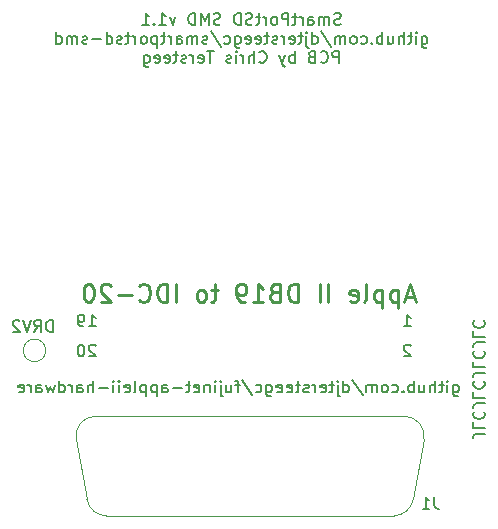
<source format=gbr>
%TF.GenerationSoftware,KiCad,Pcbnew,7.0.9*%
%TF.CreationDate,2024-01-09T00:20:39-06:00*%
%TF.ProjectId,db19-to-idc20,64623139-2d74-46f2-9d69-646332302e6b,1.1*%
%TF.SameCoordinates,Original*%
%TF.FileFunction,Legend,Bot*%
%TF.FilePolarity,Positive*%
%FSLAX46Y46*%
G04 Gerber Fmt 4.6, Leading zero omitted, Abs format (unit mm)*
G04 Created by KiCad (PCBNEW 7.0.9) date 2024-01-09 00:20:39*
%MOMM*%
%LPD*%
G01*
G04 APERTURE LIST*
%ADD10C,0.150000*%
%ADD11C,0.250000*%
%ADD12C,0.200000*%
%ADD13C,0.120000*%
G04 APERTURE END LIST*
D10*
X141696839Y-118091057D02*
X141649220Y-118043438D01*
X141649220Y-118043438D02*
X141553982Y-117995819D01*
X141553982Y-117995819D02*
X141315887Y-117995819D01*
X141315887Y-117995819D02*
X141220649Y-118043438D01*
X141220649Y-118043438D02*
X141173030Y-118091057D01*
X141173030Y-118091057D02*
X141125411Y-118186295D01*
X141125411Y-118186295D02*
X141125411Y-118281533D01*
X141125411Y-118281533D02*
X141173030Y-118424390D01*
X141173030Y-118424390D02*
X141744458Y-118995819D01*
X141744458Y-118995819D02*
X141125411Y-118995819D01*
X140506363Y-117995819D02*
X140411125Y-117995819D01*
X140411125Y-117995819D02*
X140315887Y-118043438D01*
X140315887Y-118043438D02*
X140268268Y-118091057D01*
X140268268Y-118091057D02*
X140220649Y-118186295D01*
X140220649Y-118186295D02*
X140173030Y-118376771D01*
X140173030Y-118376771D02*
X140173030Y-118614866D01*
X140173030Y-118614866D02*
X140220649Y-118805342D01*
X140220649Y-118805342D02*
X140268268Y-118900580D01*
X140268268Y-118900580D02*
X140315887Y-118948200D01*
X140315887Y-118948200D02*
X140411125Y-118995819D01*
X140411125Y-118995819D02*
X140506363Y-118995819D01*
X140506363Y-118995819D02*
X140601601Y-118948200D01*
X140601601Y-118948200D02*
X140649220Y-118900580D01*
X140649220Y-118900580D02*
X140696839Y-118805342D01*
X140696839Y-118805342D02*
X140744458Y-118614866D01*
X140744458Y-118614866D02*
X140744458Y-118376771D01*
X140744458Y-118376771D02*
X140696839Y-118186295D01*
X140696839Y-118186295D02*
X140649220Y-118091057D01*
X140649220Y-118091057D02*
X140601601Y-118043438D01*
X140601601Y-118043438D02*
X140506363Y-117995819D01*
X141125411Y-116455819D02*
X141696839Y-116455819D01*
X141411125Y-116455819D02*
X141411125Y-115455819D01*
X141411125Y-115455819D02*
X141506363Y-115598676D01*
X141506363Y-115598676D02*
X141601601Y-115693914D01*
X141601601Y-115693914D02*
X141696839Y-115741533D01*
X140649220Y-116455819D02*
X140458744Y-116455819D01*
X140458744Y-116455819D02*
X140363506Y-116408200D01*
X140363506Y-116408200D02*
X140315887Y-116360580D01*
X140315887Y-116360580D02*
X140220649Y-116217723D01*
X140220649Y-116217723D02*
X140173030Y-116027247D01*
X140173030Y-116027247D02*
X140173030Y-115646295D01*
X140173030Y-115646295D02*
X140220649Y-115551057D01*
X140220649Y-115551057D02*
X140268268Y-115503438D01*
X140268268Y-115503438D02*
X140363506Y-115455819D01*
X140363506Y-115455819D02*
X140553982Y-115455819D01*
X140553982Y-115455819D02*
X140649220Y-115503438D01*
X140649220Y-115503438D02*
X140696839Y-115551057D01*
X140696839Y-115551057D02*
X140744458Y-115646295D01*
X140744458Y-115646295D02*
X140744458Y-115884390D01*
X140744458Y-115884390D02*
X140696839Y-115979628D01*
X140696839Y-115979628D02*
X140649220Y-116027247D01*
X140649220Y-116027247D02*
X140553982Y-116074866D01*
X140553982Y-116074866D02*
X140363506Y-116074866D01*
X140363506Y-116074866D02*
X140268268Y-116027247D01*
X140268268Y-116027247D02*
X140220649Y-115979628D01*
X140220649Y-115979628D02*
X140173030Y-115884390D01*
X168366839Y-118091057D02*
X168319220Y-118043438D01*
X168319220Y-118043438D02*
X168223982Y-117995819D01*
X168223982Y-117995819D02*
X167985887Y-117995819D01*
X167985887Y-117995819D02*
X167890649Y-118043438D01*
X167890649Y-118043438D02*
X167843030Y-118091057D01*
X167843030Y-118091057D02*
X167795411Y-118186295D01*
X167795411Y-118186295D02*
X167795411Y-118281533D01*
X167795411Y-118281533D02*
X167843030Y-118424390D01*
X167843030Y-118424390D02*
X168414458Y-118995819D01*
X168414458Y-118995819D02*
X167795411Y-118995819D01*
X167795411Y-116455819D02*
X168366839Y-116455819D01*
X168081125Y-116455819D02*
X168081125Y-115455819D01*
X168081125Y-115455819D02*
X168176363Y-115598676D01*
X168176363Y-115598676D02*
X168271601Y-115693914D01*
X168271601Y-115693914D02*
X168366839Y-115741533D01*
X171963667Y-121377152D02*
X171963667Y-122186676D01*
X171963667Y-122186676D02*
X172011286Y-122281914D01*
X172011286Y-122281914D02*
X172058905Y-122329533D01*
X172058905Y-122329533D02*
X172154143Y-122377152D01*
X172154143Y-122377152D02*
X172297000Y-122377152D01*
X172297000Y-122377152D02*
X172392238Y-122329533D01*
X171963667Y-121996200D02*
X172058905Y-122043819D01*
X172058905Y-122043819D02*
X172249381Y-122043819D01*
X172249381Y-122043819D02*
X172344619Y-121996200D01*
X172344619Y-121996200D02*
X172392238Y-121948580D01*
X172392238Y-121948580D02*
X172439857Y-121853342D01*
X172439857Y-121853342D02*
X172439857Y-121567628D01*
X172439857Y-121567628D02*
X172392238Y-121472390D01*
X172392238Y-121472390D02*
X172344619Y-121424771D01*
X172344619Y-121424771D02*
X172249381Y-121377152D01*
X172249381Y-121377152D02*
X172058905Y-121377152D01*
X172058905Y-121377152D02*
X171963667Y-121424771D01*
X171487476Y-122043819D02*
X171487476Y-121377152D01*
X171487476Y-121043819D02*
X171535095Y-121091438D01*
X171535095Y-121091438D02*
X171487476Y-121139057D01*
X171487476Y-121139057D02*
X171439857Y-121091438D01*
X171439857Y-121091438D02*
X171487476Y-121043819D01*
X171487476Y-121043819D02*
X171487476Y-121139057D01*
X171154143Y-121377152D02*
X170773191Y-121377152D01*
X171011286Y-121043819D02*
X171011286Y-121900961D01*
X171011286Y-121900961D02*
X170963667Y-121996200D01*
X170963667Y-121996200D02*
X170868429Y-122043819D01*
X170868429Y-122043819D02*
X170773191Y-122043819D01*
X170439857Y-122043819D02*
X170439857Y-121043819D01*
X170011286Y-122043819D02*
X170011286Y-121520009D01*
X170011286Y-121520009D02*
X170058905Y-121424771D01*
X170058905Y-121424771D02*
X170154143Y-121377152D01*
X170154143Y-121377152D02*
X170297000Y-121377152D01*
X170297000Y-121377152D02*
X170392238Y-121424771D01*
X170392238Y-121424771D02*
X170439857Y-121472390D01*
X169106524Y-121377152D02*
X169106524Y-122043819D01*
X169535095Y-121377152D02*
X169535095Y-121900961D01*
X169535095Y-121900961D02*
X169487476Y-121996200D01*
X169487476Y-121996200D02*
X169392238Y-122043819D01*
X169392238Y-122043819D02*
X169249381Y-122043819D01*
X169249381Y-122043819D02*
X169154143Y-121996200D01*
X169154143Y-121996200D02*
X169106524Y-121948580D01*
X168630333Y-122043819D02*
X168630333Y-121043819D01*
X168630333Y-121424771D02*
X168535095Y-121377152D01*
X168535095Y-121377152D02*
X168344619Y-121377152D01*
X168344619Y-121377152D02*
X168249381Y-121424771D01*
X168249381Y-121424771D02*
X168201762Y-121472390D01*
X168201762Y-121472390D02*
X168154143Y-121567628D01*
X168154143Y-121567628D02*
X168154143Y-121853342D01*
X168154143Y-121853342D02*
X168201762Y-121948580D01*
X168201762Y-121948580D02*
X168249381Y-121996200D01*
X168249381Y-121996200D02*
X168344619Y-122043819D01*
X168344619Y-122043819D02*
X168535095Y-122043819D01*
X168535095Y-122043819D02*
X168630333Y-121996200D01*
X167725571Y-121948580D02*
X167677952Y-121996200D01*
X167677952Y-121996200D02*
X167725571Y-122043819D01*
X167725571Y-122043819D02*
X167773190Y-121996200D01*
X167773190Y-121996200D02*
X167725571Y-121948580D01*
X167725571Y-121948580D02*
X167725571Y-122043819D01*
X166820810Y-121996200D02*
X166916048Y-122043819D01*
X166916048Y-122043819D02*
X167106524Y-122043819D01*
X167106524Y-122043819D02*
X167201762Y-121996200D01*
X167201762Y-121996200D02*
X167249381Y-121948580D01*
X167249381Y-121948580D02*
X167297000Y-121853342D01*
X167297000Y-121853342D02*
X167297000Y-121567628D01*
X167297000Y-121567628D02*
X167249381Y-121472390D01*
X167249381Y-121472390D02*
X167201762Y-121424771D01*
X167201762Y-121424771D02*
X167106524Y-121377152D01*
X167106524Y-121377152D02*
X166916048Y-121377152D01*
X166916048Y-121377152D02*
X166820810Y-121424771D01*
X166249381Y-122043819D02*
X166344619Y-121996200D01*
X166344619Y-121996200D02*
X166392238Y-121948580D01*
X166392238Y-121948580D02*
X166439857Y-121853342D01*
X166439857Y-121853342D02*
X166439857Y-121567628D01*
X166439857Y-121567628D02*
X166392238Y-121472390D01*
X166392238Y-121472390D02*
X166344619Y-121424771D01*
X166344619Y-121424771D02*
X166249381Y-121377152D01*
X166249381Y-121377152D02*
X166106524Y-121377152D01*
X166106524Y-121377152D02*
X166011286Y-121424771D01*
X166011286Y-121424771D02*
X165963667Y-121472390D01*
X165963667Y-121472390D02*
X165916048Y-121567628D01*
X165916048Y-121567628D02*
X165916048Y-121853342D01*
X165916048Y-121853342D02*
X165963667Y-121948580D01*
X165963667Y-121948580D02*
X166011286Y-121996200D01*
X166011286Y-121996200D02*
X166106524Y-122043819D01*
X166106524Y-122043819D02*
X166249381Y-122043819D01*
X165487476Y-122043819D02*
X165487476Y-121377152D01*
X165487476Y-121472390D02*
X165439857Y-121424771D01*
X165439857Y-121424771D02*
X165344619Y-121377152D01*
X165344619Y-121377152D02*
X165201762Y-121377152D01*
X165201762Y-121377152D02*
X165106524Y-121424771D01*
X165106524Y-121424771D02*
X165058905Y-121520009D01*
X165058905Y-121520009D02*
X165058905Y-122043819D01*
X165058905Y-121520009D02*
X165011286Y-121424771D01*
X165011286Y-121424771D02*
X164916048Y-121377152D01*
X164916048Y-121377152D02*
X164773191Y-121377152D01*
X164773191Y-121377152D02*
X164677952Y-121424771D01*
X164677952Y-121424771D02*
X164630333Y-121520009D01*
X164630333Y-121520009D02*
X164630333Y-122043819D01*
X163439858Y-120996200D02*
X164297000Y-122281914D01*
X162677953Y-122043819D02*
X162677953Y-121043819D01*
X162677953Y-121996200D02*
X162773191Y-122043819D01*
X162773191Y-122043819D02*
X162963667Y-122043819D01*
X162963667Y-122043819D02*
X163058905Y-121996200D01*
X163058905Y-121996200D02*
X163106524Y-121948580D01*
X163106524Y-121948580D02*
X163154143Y-121853342D01*
X163154143Y-121853342D02*
X163154143Y-121567628D01*
X163154143Y-121567628D02*
X163106524Y-121472390D01*
X163106524Y-121472390D02*
X163058905Y-121424771D01*
X163058905Y-121424771D02*
X162963667Y-121377152D01*
X162963667Y-121377152D02*
X162773191Y-121377152D01*
X162773191Y-121377152D02*
X162677953Y-121424771D01*
X162201762Y-121377152D02*
X162201762Y-122234295D01*
X162201762Y-122234295D02*
X162249381Y-122329533D01*
X162249381Y-122329533D02*
X162344619Y-122377152D01*
X162344619Y-122377152D02*
X162392238Y-122377152D01*
X162201762Y-121043819D02*
X162249381Y-121091438D01*
X162249381Y-121091438D02*
X162201762Y-121139057D01*
X162201762Y-121139057D02*
X162154143Y-121091438D01*
X162154143Y-121091438D02*
X162201762Y-121043819D01*
X162201762Y-121043819D02*
X162201762Y-121139057D01*
X161868429Y-121377152D02*
X161487477Y-121377152D01*
X161725572Y-121043819D02*
X161725572Y-121900961D01*
X161725572Y-121900961D02*
X161677953Y-121996200D01*
X161677953Y-121996200D02*
X161582715Y-122043819D01*
X161582715Y-122043819D02*
X161487477Y-122043819D01*
X160773191Y-121996200D02*
X160868429Y-122043819D01*
X160868429Y-122043819D02*
X161058905Y-122043819D01*
X161058905Y-122043819D02*
X161154143Y-121996200D01*
X161154143Y-121996200D02*
X161201762Y-121900961D01*
X161201762Y-121900961D02*
X161201762Y-121520009D01*
X161201762Y-121520009D02*
X161154143Y-121424771D01*
X161154143Y-121424771D02*
X161058905Y-121377152D01*
X161058905Y-121377152D02*
X160868429Y-121377152D01*
X160868429Y-121377152D02*
X160773191Y-121424771D01*
X160773191Y-121424771D02*
X160725572Y-121520009D01*
X160725572Y-121520009D02*
X160725572Y-121615247D01*
X160725572Y-121615247D02*
X161201762Y-121710485D01*
X160297000Y-122043819D02*
X160297000Y-121377152D01*
X160297000Y-121567628D02*
X160249381Y-121472390D01*
X160249381Y-121472390D02*
X160201762Y-121424771D01*
X160201762Y-121424771D02*
X160106524Y-121377152D01*
X160106524Y-121377152D02*
X160011286Y-121377152D01*
X159725571Y-121996200D02*
X159630333Y-122043819D01*
X159630333Y-122043819D02*
X159439857Y-122043819D01*
X159439857Y-122043819D02*
X159344619Y-121996200D01*
X159344619Y-121996200D02*
X159297000Y-121900961D01*
X159297000Y-121900961D02*
X159297000Y-121853342D01*
X159297000Y-121853342D02*
X159344619Y-121758104D01*
X159344619Y-121758104D02*
X159439857Y-121710485D01*
X159439857Y-121710485D02*
X159582714Y-121710485D01*
X159582714Y-121710485D02*
X159677952Y-121662866D01*
X159677952Y-121662866D02*
X159725571Y-121567628D01*
X159725571Y-121567628D02*
X159725571Y-121520009D01*
X159725571Y-121520009D02*
X159677952Y-121424771D01*
X159677952Y-121424771D02*
X159582714Y-121377152D01*
X159582714Y-121377152D02*
X159439857Y-121377152D01*
X159439857Y-121377152D02*
X159344619Y-121424771D01*
X159011285Y-121377152D02*
X158630333Y-121377152D01*
X158868428Y-121043819D02*
X158868428Y-121900961D01*
X158868428Y-121900961D02*
X158820809Y-121996200D01*
X158820809Y-121996200D02*
X158725571Y-122043819D01*
X158725571Y-122043819D02*
X158630333Y-122043819D01*
X157916047Y-121996200D02*
X158011285Y-122043819D01*
X158011285Y-122043819D02*
X158201761Y-122043819D01*
X158201761Y-122043819D02*
X158296999Y-121996200D01*
X158296999Y-121996200D02*
X158344618Y-121900961D01*
X158344618Y-121900961D02*
X158344618Y-121520009D01*
X158344618Y-121520009D02*
X158296999Y-121424771D01*
X158296999Y-121424771D02*
X158201761Y-121377152D01*
X158201761Y-121377152D02*
X158011285Y-121377152D01*
X158011285Y-121377152D02*
X157916047Y-121424771D01*
X157916047Y-121424771D02*
X157868428Y-121520009D01*
X157868428Y-121520009D02*
X157868428Y-121615247D01*
X157868428Y-121615247D02*
X158344618Y-121710485D01*
X157058904Y-121996200D02*
X157154142Y-122043819D01*
X157154142Y-122043819D02*
X157344618Y-122043819D01*
X157344618Y-122043819D02*
X157439856Y-121996200D01*
X157439856Y-121996200D02*
X157487475Y-121900961D01*
X157487475Y-121900961D02*
X157487475Y-121520009D01*
X157487475Y-121520009D02*
X157439856Y-121424771D01*
X157439856Y-121424771D02*
X157344618Y-121377152D01*
X157344618Y-121377152D02*
X157154142Y-121377152D01*
X157154142Y-121377152D02*
X157058904Y-121424771D01*
X157058904Y-121424771D02*
X157011285Y-121520009D01*
X157011285Y-121520009D02*
X157011285Y-121615247D01*
X157011285Y-121615247D02*
X157487475Y-121710485D01*
X156154142Y-121377152D02*
X156154142Y-122186676D01*
X156154142Y-122186676D02*
X156201761Y-122281914D01*
X156201761Y-122281914D02*
X156249380Y-122329533D01*
X156249380Y-122329533D02*
X156344618Y-122377152D01*
X156344618Y-122377152D02*
X156487475Y-122377152D01*
X156487475Y-122377152D02*
X156582713Y-122329533D01*
X156154142Y-121996200D02*
X156249380Y-122043819D01*
X156249380Y-122043819D02*
X156439856Y-122043819D01*
X156439856Y-122043819D02*
X156535094Y-121996200D01*
X156535094Y-121996200D02*
X156582713Y-121948580D01*
X156582713Y-121948580D02*
X156630332Y-121853342D01*
X156630332Y-121853342D02*
X156630332Y-121567628D01*
X156630332Y-121567628D02*
X156582713Y-121472390D01*
X156582713Y-121472390D02*
X156535094Y-121424771D01*
X156535094Y-121424771D02*
X156439856Y-121377152D01*
X156439856Y-121377152D02*
X156249380Y-121377152D01*
X156249380Y-121377152D02*
X156154142Y-121424771D01*
X155249380Y-121996200D02*
X155344618Y-122043819D01*
X155344618Y-122043819D02*
X155535094Y-122043819D01*
X155535094Y-122043819D02*
X155630332Y-121996200D01*
X155630332Y-121996200D02*
X155677951Y-121948580D01*
X155677951Y-121948580D02*
X155725570Y-121853342D01*
X155725570Y-121853342D02*
X155725570Y-121567628D01*
X155725570Y-121567628D02*
X155677951Y-121472390D01*
X155677951Y-121472390D02*
X155630332Y-121424771D01*
X155630332Y-121424771D02*
X155535094Y-121377152D01*
X155535094Y-121377152D02*
X155344618Y-121377152D01*
X155344618Y-121377152D02*
X155249380Y-121424771D01*
X154106523Y-120996200D02*
X154963665Y-122281914D01*
X153916046Y-121377152D02*
X153535094Y-121377152D01*
X153773189Y-122043819D02*
X153773189Y-121186676D01*
X153773189Y-121186676D02*
X153725570Y-121091438D01*
X153725570Y-121091438D02*
X153630332Y-121043819D01*
X153630332Y-121043819D02*
X153535094Y-121043819D01*
X152773189Y-121377152D02*
X152773189Y-122043819D01*
X153201760Y-121377152D02*
X153201760Y-121900961D01*
X153201760Y-121900961D02*
X153154141Y-121996200D01*
X153154141Y-121996200D02*
X153058903Y-122043819D01*
X153058903Y-122043819D02*
X152916046Y-122043819D01*
X152916046Y-122043819D02*
X152820808Y-121996200D01*
X152820808Y-121996200D02*
X152773189Y-121948580D01*
X152296998Y-121377152D02*
X152296998Y-122234295D01*
X152296998Y-122234295D02*
X152344617Y-122329533D01*
X152344617Y-122329533D02*
X152439855Y-122377152D01*
X152439855Y-122377152D02*
X152487474Y-122377152D01*
X152296998Y-121043819D02*
X152344617Y-121091438D01*
X152344617Y-121091438D02*
X152296998Y-121139057D01*
X152296998Y-121139057D02*
X152249379Y-121091438D01*
X152249379Y-121091438D02*
X152296998Y-121043819D01*
X152296998Y-121043819D02*
X152296998Y-121139057D01*
X151820808Y-122043819D02*
X151820808Y-121377152D01*
X151820808Y-121043819D02*
X151868427Y-121091438D01*
X151868427Y-121091438D02*
X151820808Y-121139057D01*
X151820808Y-121139057D02*
X151773189Y-121091438D01*
X151773189Y-121091438D02*
X151820808Y-121043819D01*
X151820808Y-121043819D02*
X151820808Y-121139057D01*
X151344618Y-121377152D02*
X151344618Y-122043819D01*
X151344618Y-121472390D02*
X151296999Y-121424771D01*
X151296999Y-121424771D02*
X151201761Y-121377152D01*
X151201761Y-121377152D02*
X151058904Y-121377152D01*
X151058904Y-121377152D02*
X150963666Y-121424771D01*
X150963666Y-121424771D02*
X150916047Y-121520009D01*
X150916047Y-121520009D02*
X150916047Y-122043819D01*
X150058904Y-121996200D02*
X150154142Y-122043819D01*
X150154142Y-122043819D02*
X150344618Y-122043819D01*
X150344618Y-122043819D02*
X150439856Y-121996200D01*
X150439856Y-121996200D02*
X150487475Y-121900961D01*
X150487475Y-121900961D02*
X150487475Y-121520009D01*
X150487475Y-121520009D02*
X150439856Y-121424771D01*
X150439856Y-121424771D02*
X150344618Y-121377152D01*
X150344618Y-121377152D02*
X150154142Y-121377152D01*
X150154142Y-121377152D02*
X150058904Y-121424771D01*
X150058904Y-121424771D02*
X150011285Y-121520009D01*
X150011285Y-121520009D02*
X150011285Y-121615247D01*
X150011285Y-121615247D02*
X150487475Y-121710485D01*
X149725570Y-121377152D02*
X149344618Y-121377152D01*
X149582713Y-121043819D02*
X149582713Y-121900961D01*
X149582713Y-121900961D02*
X149535094Y-121996200D01*
X149535094Y-121996200D02*
X149439856Y-122043819D01*
X149439856Y-122043819D02*
X149344618Y-122043819D01*
X149011284Y-121662866D02*
X148249380Y-121662866D01*
X147344618Y-122043819D02*
X147344618Y-121520009D01*
X147344618Y-121520009D02*
X147392237Y-121424771D01*
X147392237Y-121424771D02*
X147487475Y-121377152D01*
X147487475Y-121377152D02*
X147677951Y-121377152D01*
X147677951Y-121377152D02*
X147773189Y-121424771D01*
X147344618Y-121996200D02*
X147439856Y-122043819D01*
X147439856Y-122043819D02*
X147677951Y-122043819D01*
X147677951Y-122043819D02*
X147773189Y-121996200D01*
X147773189Y-121996200D02*
X147820808Y-121900961D01*
X147820808Y-121900961D02*
X147820808Y-121805723D01*
X147820808Y-121805723D02*
X147773189Y-121710485D01*
X147773189Y-121710485D02*
X147677951Y-121662866D01*
X147677951Y-121662866D02*
X147439856Y-121662866D01*
X147439856Y-121662866D02*
X147344618Y-121615247D01*
X146868427Y-121377152D02*
X146868427Y-122377152D01*
X146868427Y-121424771D02*
X146773189Y-121377152D01*
X146773189Y-121377152D02*
X146582713Y-121377152D01*
X146582713Y-121377152D02*
X146487475Y-121424771D01*
X146487475Y-121424771D02*
X146439856Y-121472390D01*
X146439856Y-121472390D02*
X146392237Y-121567628D01*
X146392237Y-121567628D02*
X146392237Y-121853342D01*
X146392237Y-121853342D02*
X146439856Y-121948580D01*
X146439856Y-121948580D02*
X146487475Y-121996200D01*
X146487475Y-121996200D02*
X146582713Y-122043819D01*
X146582713Y-122043819D02*
X146773189Y-122043819D01*
X146773189Y-122043819D02*
X146868427Y-121996200D01*
X145963665Y-121377152D02*
X145963665Y-122377152D01*
X145963665Y-121424771D02*
X145868427Y-121377152D01*
X145868427Y-121377152D02*
X145677951Y-121377152D01*
X145677951Y-121377152D02*
X145582713Y-121424771D01*
X145582713Y-121424771D02*
X145535094Y-121472390D01*
X145535094Y-121472390D02*
X145487475Y-121567628D01*
X145487475Y-121567628D02*
X145487475Y-121853342D01*
X145487475Y-121853342D02*
X145535094Y-121948580D01*
X145535094Y-121948580D02*
X145582713Y-121996200D01*
X145582713Y-121996200D02*
X145677951Y-122043819D01*
X145677951Y-122043819D02*
X145868427Y-122043819D01*
X145868427Y-122043819D02*
X145963665Y-121996200D01*
X144916046Y-122043819D02*
X145011284Y-121996200D01*
X145011284Y-121996200D02*
X145058903Y-121900961D01*
X145058903Y-121900961D02*
X145058903Y-121043819D01*
X144154141Y-121996200D02*
X144249379Y-122043819D01*
X144249379Y-122043819D02*
X144439855Y-122043819D01*
X144439855Y-122043819D02*
X144535093Y-121996200D01*
X144535093Y-121996200D02*
X144582712Y-121900961D01*
X144582712Y-121900961D02*
X144582712Y-121520009D01*
X144582712Y-121520009D02*
X144535093Y-121424771D01*
X144535093Y-121424771D02*
X144439855Y-121377152D01*
X144439855Y-121377152D02*
X144249379Y-121377152D01*
X144249379Y-121377152D02*
X144154141Y-121424771D01*
X144154141Y-121424771D02*
X144106522Y-121520009D01*
X144106522Y-121520009D02*
X144106522Y-121615247D01*
X144106522Y-121615247D02*
X144582712Y-121710485D01*
X143677950Y-122043819D02*
X143677950Y-121377152D01*
X143677950Y-121043819D02*
X143725569Y-121091438D01*
X143725569Y-121091438D02*
X143677950Y-121139057D01*
X143677950Y-121139057D02*
X143630331Y-121091438D01*
X143630331Y-121091438D02*
X143677950Y-121043819D01*
X143677950Y-121043819D02*
X143677950Y-121139057D01*
X143201760Y-122043819D02*
X143201760Y-121377152D01*
X143201760Y-121043819D02*
X143249379Y-121091438D01*
X143249379Y-121091438D02*
X143201760Y-121139057D01*
X143201760Y-121139057D02*
X143154141Y-121091438D01*
X143154141Y-121091438D02*
X143201760Y-121043819D01*
X143201760Y-121043819D02*
X143201760Y-121139057D01*
X142725570Y-121662866D02*
X141963666Y-121662866D01*
X141487475Y-122043819D02*
X141487475Y-121043819D01*
X141058904Y-122043819D02*
X141058904Y-121520009D01*
X141058904Y-121520009D02*
X141106523Y-121424771D01*
X141106523Y-121424771D02*
X141201761Y-121377152D01*
X141201761Y-121377152D02*
X141344618Y-121377152D01*
X141344618Y-121377152D02*
X141439856Y-121424771D01*
X141439856Y-121424771D02*
X141487475Y-121472390D01*
X140154142Y-122043819D02*
X140154142Y-121520009D01*
X140154142Y-121520009D02*
X140201761Y-121424771D01*
X140201761Y-121424771D02*
X140296999Y-121377152D01*
X140296999Y-121377152D02*
X140487475Y-121377152D01*
X140487475Y-121377152D02*
X140582713Y-121424771D01*
X140154142Y-121996200D02*
X140249380Y-122043819D01*
X140249380Y-122043819D02*
X140487475Y-122043819D01*
X140487475Y-122043819D02*
X140582713Y-121996200D01*
X140582713Y-121996200D02*
X140630332Y-121900961D01*
X140630332Y-121900961D02*
X140630332Y-121805723D01*
X140630332Y-121805723D02*
X140582713Y-121710485D01*
X140582713Y-121710485D02*
X140487475Y-121662866D01*
X140487475Y-121662866D02*
X140249380Y-121662866D01*
X140249380Y-121662866D02*
X140154142Y-121615247D01*
X139677951Y-122043819D02*
X139677951Y-121377152D01*
X139677951Y-121567628D02*
X139630332Y-121472390D01*
X139630332Y-121472390D02*
X139582713Y-121424771D01*
X139582713Y-121424771D02*
X139487475Y-121377152D01*
X139487475Y-121377152D02*
X139392237Y-121377152D01*
X138630332Y-122043819D02*
X138630332Y-121043819D01*
X138630332Y-121996200D02*
X138725570Y-122043819D01*
X138725570Y-122043819D02*
X138916046Y-122043819D01*
X138916046Y-122043819D02*
X139011284Y-121996200D01*
X139011284Y-121996200D02*
X139058903Y-121948580D01*
X139058903Y-121948580D02*
X139106522Y-121853342D01*
X139106522Y-121853342D02*
X139106522Y-121567628D01*
X139106522Y-121567628D02*
X139058903Y-121472390D01*
X139058903Y-121472390D02*
X139011284Y-121424771D01*
X139011284Y-121424771D02*
X138916046Y-121377152D01*
X138916046Y-121377152D02*
X138725570Y-121377152D01*
X138725570Y-121377152D02*
X138630332Y-121424771D01*
X138249379Y-121377152D02*
X138058903Y-122043819D01*
X138058903Y-122043819D02*
X137868427Y-121567628D01*
X137868427Y-121567628D02*
X137677951Y-122043819D01*
X137677951Y-122043819D02*
X137487475Y-121377152D01*
X136677951Y-122043819D02*
X136677951Y-121520009D01*
X136677951Y-121520009D02*
X136725570Y-121424771D01*
X136725570Y-121424771D02*
X136820808Y-121377152D01*
X136820808Y-121377152D02*
X137011284Y-121377152D01*
X137011284Y-121377152D02*
X137106522Y-121424771D01*
X136677951Y-121996200D02*
X136773189Y-122043819D01*
X136773189Y-122043819D02*
X137011284Y-122043819D01*
X137011284Y-122043819D02*
X137106522Y-121996200D01*
X137106522Y-121996200D02*
X137154141Y-121900961D01*
X137154141Y-121900961D02*
X137154141Y-121805723D01*
X137154141Y-121805723D02*
X137106522Y-121710485D01*
X137106522Y-121710485D02*
X137011284Y-121662866D01*
X137011284Y-121662866D02*
X136773189Y-121662866D01*
X136773189Y-121662866D02*
X136677951Y-121615247D01*
X136201760Y-122043819D02*
X136201760Y-121377152D01*
X136201760Y-121567628D02*
X136154141Y-121472390D01*
X136154141Y-121472390D02*
X136106522Y-121424771D01*
X136106522Y-121424771D02*
X136011284Y-121377152D01*
X136011284Y-121377152D02*
X135916046Y-121377152D01*
X135201760Y-121996200D02*
X135296998Y-122043819D01*
X135296998Y-122043819D02*
X135487474Y-122043819D01*
X135487474Y-122043819D02*
X135582712Y-121996200D01*
X135582712Y-121996200D02*
X135630331Y-121900961D01*
X135630331Y-121900961D02*
X135630331Y-121520009D01*
X135630331Y-121520009D02*
X135582712Y-121424771D01*
X135582712Y-121424771D02*
X135487474Y-121377152D01*
X135487474Y-121377152D02*
X135296998Y-121377152D01*
X135296998Y-121377152D02*
X135201760Y-121424771D01*
X135201760Y-121424771D02*
X135154141Y-121520009D01*
X135154141Y-121520009D02*
X135154141Y-121615247D01*
X135154141Y-121615247D02*
X135630331Y-121710485D01*
D11*
X168685998Y-113928857D02*
X167971713Y-113928857D01*
X168828855Y-114357428D02*
X168328855Y-112857428D01*
X168328855Y-112857428D02*
X167828855Y-114357428D01*
X167328856Y-113357428D02*
X167328856Y-114857428D01*
X167328856Y-113428857D02*
X167185999Y-113357428D01*
X167185999Y-113357428D02*
X166900284Y-113357428D01*
X166900284Y-113357428D02*
X166757427Y-113428857D01*
X166757427Y-113428857D02*
X166685999Y-113500285D01*
X166685999Y-113500285D02*
X166614570Y-113643142D01*
X166614570Y-113643142D02*
X166614570Y-114071714D01*
X166614570Y-114071714D02*
X166685999Y-114214571D01*
X166685999Y-114214571D02*
X166757427Y-114286000D01*
X166757427Y-114286000D02*
X166900284Y-114357428D01*
X166900284Y-114357428D02*
X167185999Y-114357428D01*
X167185999Y-114357428D02*
X167328856Y-114286000D01*
X165971713Y-113357428D02*
X165971713Y-114857428D01*
X165971713Y-113428857D02*
X165828856Y-113357428D01*
X165828856Y-113357428D02*
X165543141Y-113357428D01*
X165543141Y-113357428D02*
X165400284Y-113428857D01*
X165400284Y-113428857D02*
X165328856Y-113500285D01*
X165328856Y-113500285D02*
X165257427Y-113643142D01*
X165257427Y-113643142D02*
X165257427Y-114071714D01*
X165257427Y-114071714D02*
X165328856Y-114214571D01*
X165328856Y-114214571D02*
X165400284Y-114286000D01*
X165400284Y-114286000D02*
X165543141Y-114357428D01*
X165543141Y-114357428D02*
X165828856Y-114357428D01*
X165828856Y-114357428D02*
X165971713Y-114286000D01*
X164400284Y-114357428D02*
X164543141Y-114286000D01*
X164543141Y-114286000D02*
X164614570Y-114143142D01*
X164614570Y-114143142D02*
X164614570Y-112857428D01*
X163257427Y-114286000D02*
X163400284Y-114357428D01*
X163400284Y-114357428D02*
X163685999Y-114357428D01*
X163685999Y-114357428D02*
X163828856Y-114286000D01*
X163828856Y-114286000D02*
X163900284Y-114143142D01*
X163900284Y-114143142D02*
X163900284Y-113571714D01*
X163900284Y-113571714D02*
X163828856Y-113428857D01*
X163828856Y-113428857D02*
X163685999Y-113357428D01*
X163685999Y-113357428D02*
X163400284Y-113357428D01*
X163400284Y-113357428D02*
X163257427Y-113428857D01*
X163257427Y-113428857D02*
X163185999Y-113571714D01*
X163185999Y-113571714D02*
X163185999Y-113714571D01*
X163185999Y-113714571D02*
X163900284Y-113857428D01*
X161400285Y-114357428D02*
X161400285Y-112857428D01*
X160685999Y-114357428D02*
X160685999Y-112857428D01*
X158828856Y-114357428D02*
X158828856Y-112857428D01*
X158828856Y-112857428D02*
X158471713Y-112857428D01*
X158471713Y-112857428D02*
X158257427Y-112928857D01*
X158257427Y-112928857D02*
X158114570Y-113071714D01*
X158114570Y-113071714D02*
X158043141Y-113214571D01*
X158043141Y-113214571D02*
X157971713Y-113500285D01*
X157971713Y-113500285D02*
X157971713Y-113714571D01*
X157971713Y-113714571D02*
X158043141Y-114000285D01*
X158043141Y-114000285D02*
X158114570Y-114143142D01*
X158114570Y-114143142D02*
X158257427Y-114286000D01*
X158257427Y-114286000D02*
X158471713Y-114357428D01*
X158471713Y-114357428D02*
X158828856Y-114357428D01*
X156828856Y-113571714D02*
X156614570Y-113643142D01*
X156614570Y-113643142D02*
X156543141Y-113714571D01*
X156543141Y-113714571D02*
X156471713Y-113857428D01*
X156471713Y-113857428D02*
X156471713Y-114071714D01*
X156471713Y-114071714D02*
X156543141Y-114214571D01*
X156543141Y-114214571D02*
X156614570Y-114286000D01*
X156614570Y-114286000D02*
X156757427Y-114357428D01*
X156757427Y-114357428D02*
X157328856Y-114357428D01*
X157328856Y-114357428D02*
X157328856Y-112857428D01*
X157328856Y-112857428D02*
X156828856Y-112857428D01*
X156828856Y-112857428D02*
X156685999Y-112928857D01*
X156685999Y-112928857D02*
X156614570Y-113000285D01*
X156614570Y-113000285D02*
X156543141Y-113143142D01*
X156543141Y-113143142D02*
X156543141Y-113286000D01*
X156543141Y-113286000D02*
X156614570Y-113428857D01*
X156614570Y-113428857D02*
X156685999Y-113500285D01*
X156685999Y-113500285D02*
X156828856Y-113571714D01*
X156828856Y-113571714D02*
X157328856Y-113571714D01*
X155043141Y-114357428D02*
X155900284Y-114357428D01*
X155471713Y-114357428D02*
X155471713Y-112857428D01*
X155471713Y-112857428D02*
X155614570Y-113071714D01*
X155614570Y-113071714D02*
X155757427Y-113214571D01*
X155757427Y-113214571D02*
X155900284Y-113286000D01*
X154328856Y-114357428D02*
X154043142Y-114357428D01*
X154043142Y-114357428D02*
X153900285Y-114286000D01*
X153900285Y-114286000D02*
X153828856Y-114214571D01*
X153828856Y-114214571D02*
X153685999Y-114000285D01*
X153685999Y-114000285D02*
X153614570Y-113714571D01*
X153614570Y-113714571D02*
X153614570Y-113143142D01*
X153614570Y-113143142D02*
X153685999Y-113000285D01*
X153685999Y-113000285D02*
X153757428Y-112928857D01*
X153757428Y-112928857D02*
X153900285Y-112857428D01*
X153900285Y-112857428D02*
X154185999Y-112857428D01*
X154185999Y-112857428D02*
X154328856Y-112928857D01*
X154328856Y-112928857D02*
X154400285Y-113000285D01*
X154400285Y-113000285D02*
X154471713Y-113143142D01*
X154471713Y-113143142D02*
X154471713Y-113500285D01*
X154471713Y-113500285D02*
X154400285Y-113643142D01*
X154400285Y-113643142D02*
X154328856Y-113714571D01*
X154328856Y-113714571D02*
X154185999Y-113786000D01*
X154185999Y-113786000D02*
X153900285Y-113786000D01*
X153900285Y-113786000D02*
X153757428Y-113714571D01*
X153757428Y-113714571D02*
X153685999Y-113643142D01*
X153685999Y-113643142D02*
X153614570Y-113500285D01*
X152043142Y-113357428D02*
X151471714Y-113357428D01*
X151828857Y-112857428D02*
X151828857Y-114143142D01*
X151828857Y-114143142D02*
X151757428Y-114286000D01*
X151757428Y-114286000D02*
X151614571Y-114357428D01*
X151614571Y-114357428D02*
X151471714Y-114357428D01*
X150757428Y-114357428D02*
X150900285Y-114286000D01*
X150900285Y-114286000D02*
X150971714Y-114214571D01*
X150971714Y-114214571D02*
X151043142Y-114071714D01*
X151043142Y-114071714D02*
X151043142Y-113643142D01*
X151043142Y-113643142D02*
X150971714Y-113500285D01*
X150971714Y-113500285D02*
X150900285Y-113428857D01*
X150900285Y-113428857D02*
X150757428Y-113357428D01*
X150757428Y-113357428D02*
X150543142Y-113357428D01*
X150543142Y-113357428D02*
X150400285Y-113428857D01*
X150400285Y-113428857D02*
X150328857Y-113500285D01*
X150328857Y-113500285D02*
X150257428Y-113643142D01*
X150257428Y-113643142D02*
X150257428Y-114071714D01*
X150257428Y-114071714D02*
X150328857Y-114214571D01*
X150328857Y-114214571D02*
X150400285Y-114286000D01*
X150400285Y-114286000D02*
X150543142Y-114357428D01*
X150543142Y-114357428D02*
X150757428Y-114357428D01*
X148471714Y-114357428D02*
X148471714Y-112857428D01*
X147757428Y-114357428D02*
X147757428Y-112857428D01*
X147757428Y-112857428D02*
X147400285Y-112857428D01*
X147400285Y-112857428D02*
X147185999Y-112928857D01*
X147185999Y-112928857D02*
X147043142Y-113071714D01*
X147043142Y-113071714D02*
X146971713Y-113214571D01*
X146971713Y-113214571D02*
X146900285Y-113500285D01*
X146900285Y-113500285D02*
X146900285Y-113714571D01*
X146900285Y-113714571D02*
X146971713Y-114000285D01*
X146971713Y-114000285D02*
X147043142Y-114143142D01*
X147043142Y-114143142D02*
X147185999Y-114286000D01*
X147185999Y-114286000D02*
X147400285Y-114357428D01*
X147400285Y-114357428D02*
X147757428Y-114357428D01*
X145400285Y-114214571D02*
X145471713Y-114286000D01*
X145471713Y-114286000D02*
X145685999Y-114357428D01*
X145685999Y-114357428D02*
X145828856Y-114357428D01*
X145828856Y-114357428D02*
X146043142Y-114286000D01*
X146043142Y-114286000D02*
X146185999Y-114143142D01*
X146185999Y-114143142D02*
X146257428Y-114000285D01*
X146257428Y-114000285D02*
X146328856Y-113714571D01*
X146328856Y-113714571D02*
X146328856Y-113500285D01*
X146328856Y-113500285D02*
X146257428Y-113214571D01*
X146257428Y-113214571D02*
X146185999Y-113071714D01*
X146185999Y-113071714D02*
X146043142Y-112928857D01*
X146043142Y-112928857D02*
X145828856Y-112857428D01*
X145828856Y-112857428D02*
X145685999Y-112857428D01*
X145685999Y-112857428D02*
X145471713Y-112928857D01*
X145471713Y-112928857D02*
X145400285Y-113000285D01*
X144757428Y-113786000D02*
X143614571Y-113786000D01*
X142971713Y-113000285D02*
X142900285Y-112928857D01*
X142900285Y-112928857D02*
X142757428Y-112857428D01*
X142757428Y-112857428D02*
X142400285Y-112857428D01*
X142400285Y-112857428D02*
X142257428Y-112928857D01*
X142257428Y-112928857D02*
X142185999Y-113000285D01*
X142185999Y-113000285D02*
X142114570Y-113143142D01*
X142114570Y-113143142D02*
X142114570Y-113286000D01*
X142114570Y-113286000D02*
X142185999Y-113500285D01*
X142185999Y-113500285D02*
X143043142Y-114357428D01*
X143043142Y-114357428D02*
X142114570Y-114357428D01*
X141185999Y-112857428D02*
X141043142Y-112857428D01*
X141043142Y-112857428D02*
X140900285Y-112928857D01*
X140900285Y-112928857D02*
X140828857Y-113000285D01*
X140828857Y-113000285D02*
X140757428Y-113143142D01*
X140757428Y-113143142D02*
X140685999Y-113428857D01*
X140685999Y-113428857D02*
X140685999Y-113786000D01*
X140685999Y-113786000D02*
X140757428Y-114071714D01*
X140757428Y-114071714D02*
X140828857Y-114214571D01*
X140828857Y-114214571D02*
X140900285Y-114286000D01*
X140900285Y-114286000D02*
X141043142Y-114357428D01*
X141043142Y-114357428D02*
X141185999Y-114357428D01*
X141185999Y-114357428D02*
X141328857Y-114286000D01*
X141328857Y-114286000D02*
X141400285Y-114214571D01*
X141400285Y-114214571D02*
X141471714Y-114071714D01*
X141471714Y-114071714D02*
X141543142Y-113786000D01*
X141543142Y-113786000D02*
X141543142Y-113428857D01*
X141543142Y-113428857D02*
X141471714Y-113143142D01*
X141471714Y-113143142D02*
X141400285Y-113000285D01*
X141400285Y-113000285D02*
X141328857Y-112928857D01*
X141328857Y-112928857D02*
X141185999Y-112857428D01*
D10*
X162455762Y-90872200D02*
X162312905Y-90919819D01*
X162312905Y-90919819D02*
X162074810Y-90919819D01*
X162074810Y-90919819D02*
X161979572Y-90872200D01*
X161979572Y-90872200D02*
X161931953Y-90824580D01*
X161931953Y-90824580D02*
X161884334Y-90729342D01*
X161884334Y-90729342D02*
X161884334Y-90634104D01*
X161884334Y-90634104D02*
X161931953Y-90538866D01*
X161931953Y-90538866D02*
X161979572Y-90491247D01*
X161979572Y-90491247D02*
X162074810Y-90443628D01*
X162074810Y-90443628D02*
X162265286Y-90396009D01*
X162265286Y-90396009D02*
X162360524Y-90348390D01*
X162360524Y-90348390D02*
X162408143Y-90300771D01*
X162408143Y-90300771D02*
X162455762Y-90205533D01*
X162455762Y-90205533D02*
X162455762Y-90110295D01*
X162455762Y-90110295D02*
X162408143Y-90015057D01*
X162408143Y-90015057D02*
X162360524Y-89967438D01*
X162360524Y-89967438D02*
X162265286Y-89919819D01*
X162265286Y-89919819D02*
X162027191Y-89919819D01*
X162027191Y-89919819D02*
X161884334Y-89967438D01*
X161455762Y-90919819D02*
X161455762Y-90253152D01*
X161455762Y-90348390D02*
X161408143Y-90300771D01*
X161408143Y-90300771D02*
X161312905Y-90253152D01*
X161312905Y-90253152D02*
X161170048Y-90253152D01*
X161170048Y-90253152D02*
X161074810Y-90300771D01*
X161074810Y-90300771D02*
X161027191Y-90396009D01*
X161027191Y-90396009D02*
X161027191Y-90919819D01*
X161027191Y-90396009D02*
X160979572Y-90300771D01*
X160979572Y-90300771D02*
X160884334Y-90253152D01*
X160884334Y-90253152D02*
X160741477Y-90253152D01*
X160741477Y-90253152D02*
X160646238Y-90300771D01*
X160646238Y-90300771D02*
X160598619Y-90396009D01*
X160598619Y-90396009D02*
X160598619Y-90919819D01*
X159693858Y-90919819D02*
X159693858Y-90396009D01*
X159693858Y-90396009D02*
X159741477Y-90300771D01*
X159741477Y-90300771D02*
X159836715Y-90253152D01*
X159836715Y-90253152D02*
X160027191Y-90253152D01*
X160027191Y-90253152D02*
X160122429Y-90300771D01*
X159693858Y-90872200D02*
X159789096Y-90919819D01*
X159789096Y-90919819D02*
X160027191Y-90919819D01*
X160027191Y-90919819D02*
X160122429Y-90872200D01*
X160122429Y-90872200D02*
X160170048Y-90776961D01*
X160170048Y-90776961D02*
X160170048Y-90681723D01*
X160170048Y-90681723D02*
X160122429Y-90586485D01*
X160122429Y-90586485D02*
X160027191Y-90538866D01*
X160027191Y-90538866D02*
X159789096Y-90538866D01*
X159789096Y-90538866D02*
X159693858Y-90491247D01*
X159217667Y-90919819D02*
X159217667Y-90253152D01*
X159217667Y-90443628D02*
X159170048Y-90348390D01*
X159170048Y-90348390D02*
X159122429Y-90300771D01*
X159122429Y-90300771D02*
X159027191Y-90253152D01*
X159027191Y-90253152D02*
X158931953Y-90253152D01*
X158741476Y-90253152D02*
X158360524Y-90253152D01*
X158598619Y-89919819D02*
X158598619Y-90776961D01*
X158598619Y-90776961D02*
X158551000Y-90872200D01*
X158551000Y-90872200D02*
X158455762Y-90919819D01*
X158455762Y-90919819D02*
X158360524Y-90919819D01*
X158027190Y-90919819D02*
X158027190Y-89919819D01*
X158027190Y-89919819D02*
X157646238Y-89919819D01*
X157646238Y-89919819D02*
X157551000Y-89967438D01*
X157551000Y-89967438D02*
X157503381Y-90015057D01*
X157503381Y-90015057D02*
X157455762Y-90110295D01*
X157455762Y-90110295D02*
X157455762Y-90253152D01*
X157455762Y-90253152D02*
X157503381Y-90348390D01*
X157503381Y-90348390D02*
X157551000Y-90396009D01*
X157551000Y-90396009D02*
X157646238Y-90443628D01*
X157646238Y-90443628D02*
X158027190Y-90443628D01*
X156884333Y-90919819D02*
X156979571Y-90872200D01*
X156979571Y-90872200D02*
X157027190Y-90824580D01*
X157027190Y-90824580D02*
X157074809Y-90729342D01*
X157074809Y-90729342D02*
X157074809Y-90443628D01*
X157074809Y-90443628D02*
X157027190Y-90348390D01*
X157027190Y-90348390D02*
X156979571Y-90300771D01*
X156979571Y-90300771D02*
X156884333Y-90253152D01*
X156884333Y-90253152D02*
X156741476Y-90253152D01*
X156741476Y-90253152D02*
X156646238Y-90300771D01*
X156646238Y-90300771D02*
X156598619Y-90348390D01*
X156598619Y-90348390D02*
X156551000Y-90443628D01*
X156551000Y-90443628D02*
X156551000Y-90729342D01*
X156551000Y-90729342D02*
X156598619Y-90824580D01*
X156598619Y-90824580D02*
X156646238Y-90872200D01*
X156646238Y-90872200D02*
X156741476Y-90919819D01*
X156741476Y-90919819D02*
X156884333Y-90919819D01*
X156122428Y-90919819D02*
X156122428Y-90253152D01*
X156122428Y-90443628D02*
X156074809Y-90348390D01*
X156074809Y-90348390D02*
X156027190Y-90300771D01*
X156027190Y-90300771D02*
X155931952Y-90253152D01*
X155931952Y-90253152D02*
X155836714Y-90253152D01*
X155646237Y-90253152D02*
X155265285Y-90253152D01*
X155503380Y-89919819D02*
X155503380Y-90776961D01*
X155503380Y-90776961D02*
X155455761Y-90872200D01*
X155455761Y-90872200D02*
X155360523Y-90919819D01*
X155360523Y-90919819D02*
X155265285Y-90919819D01*
X154979570Y-90872200D02*
X154836713Y-90919819D01*
X154836713Y-90919819D02*
X154598618Y-90919819D01*
X154598618Y-90919819D02*
X154503380Y-90872200D01*
X154503380Y-90872200D02*
X154455761Y-90824580D01*
X154455761Y-90824580D02*
X154408142Y-90729342D01*
X154408142Y-90729342D02*
X154408142Y-90634104D01*
X154408142Y-90634104D02*
X154455761Y-90538866D01*
X154455761Y-90538866D02*
X154503380Y-90491247D01*
X154503380Y-90491247D02*
X154598618Y-90443628D01*
X154598618Y-90443628D02*
X154789094Y-90396009D01*
X154789094Y-90396009D02*
X154884332Y-90348390D01*
X154884332Y-90348390D02*
X154931951Y-90300771D01*
X154931951Y-90300771D02*
X154979570Y-90205533D01*
X154979570Y-90205533D02*
X154979570Y-90110295D01*
X154979570Y-90110295D02*
X154931951Y-90015057D01*
X154931951Y-90015057D02*
X154884332Y-89967438D01*
X154884332Y-89967438D02*
X154789094Y-89919819D01*
X154789094Y-89919819D02*
X154550999Y-89919819D01*
X154550999Y-89919819D02*
X154408142Y-89967438D01*
X153979570Y-90919819D02*
X153979570Y-89919819D01*
X153979570Y-89919819D02*
X153741475Y-89919819D01*
X153741475Y-89919819D02*
X153598618Y-89967438D01*
X153598618Y-89967438D02*
X153503380Y-90062676D01*
X153503380Y-90062676D02*
X153455761Y-90157914D01*
X153455761Y-90157914D02*
X153408142Y-90348390D01*
X153408142Y-90348390D02*
X153408142Y-90491247D01*
X153408142Y-90491247D02*
X153455761Y-90681723D01*
X153455761Y-90681723D02*
X153503380Y-90776961D01*
X153503380Y-90776961D02*
X153598618Y-90872200D01*
X153598618Y-90872200D02*
X153741475Y-90919819D01*
X153741475Y-90919819D02*
X153979570Y-90919819D01*
X152265284Y-90872200D02*
X152122427Y-90919819D01*
X152122427Y-90919819D02*
X151884332Y-90919819D01*
X151884332Y-90919819D02*
X151789094Y-90872200D01*
X151789094Y-90872200D02*
X151741475Y-90824580D01*
X151741475Y-90824580D02*
X151693856Y-90729342D01*
X151693856Y-90729342D02*
X151693856Y-90634104D01*
X151693856Y-90634104D02*
X151741475Y-90538866D01*
X151741475Y-90538866D02*
X151789094Y-90491247D01*
X151789094Y-90491247D02*
X151884332Y-90443628D01*
X151884332Y-90443628D02*
X152074808Y-90396009D01*
X152074808Y-90396009D02*
X152170046Y-90348390D01*
X152170046Y-90348390D02*
X152217665Y-90300771D01*
X152217665Y-90300771D02*
X152265284Y-90205533D01*
X152265284Y-90205533D02*
X152265284Y-90110295D01*
X152265284Y-90110295D02*
X152217665Y-90015057D01*
X152217665Y-90015057D02*
X152170046Y-89967438D01*
X152170046Y-89967438D02*
X152074808Y-89919819D01*
X152074808Y-89919819D02*
X151836713Y-89919819D01*
X151836713Y-89919819D02*
X151693856Y-89967438D01*
X151265284Y-90919819D02*
X151265284Y-89919819D01*
X151265284Y-89919819D02*
X150931951Y-90634104D01*
X150931951Y-90634104D02*
X150598618Y-89919819D01*
X150598618Y-89919819D02*
X150598618Y-90919819D01*
X150122427Y-90919819D02*
X150122427Y-89919819D01*
X150122427Y-89919819D02*
X149884332Y-89919819D01*
X149884332Y-89919819D02*
X149741475Y-89967438D01*
X149741475Y-89967438D02*
X149646237Y-90062676D01*
X149646237Y-90062676D02*
X149598618Y-90157914D01*
X149598618Y-90157914D02*
X149550999Y-90348390D01*
X149550999Y-90348390D02*
X149550999Y-90491247D01*
X149550999Y-90491247D02*
X149598618Y-90681723D01*
X149598618Y-90681723D02*
X149646237Y-90776961D01*
X149646237Y-90776961D02*
X149741475Y-90872200D01*
X149741475Y-90872200D02*
X149884332Y-90919819D01*
X149884332Y-90919819D02*
X150122427Y-90919819D01*
X148455760Y-90253152D02*
X148217665Y-90919819D01*
X148217665Y-90919819D02*
X147979570Y-90253152D01*
X147074808Y-90919819D02*
X147646236Y-90919819D01*
X147360522Y-90919819D02*
X147360522Y-89919819D01*
X147360522Y-89919819D02*
X147455760Y-90062676D01*
X147455760Y-90062676D02*
X147550998Y-90157914D01*
X147550998Y-90157914D02*
X147646236Y-90205533D01*
X146646236Y-90824580D02*
X146598617Y-90872200D01*
X146598617Y-90872200D02*
X146646236Y-90919819D01*
X146646236Y-90919819D02*
X146693855Y-90872200D01*
X146693855Y-90872200D02*
X146646236Y-90824580D01*
X146646236Y-90824580D02*
X146646236Y-90919819D01*
X145646237Y-90919819D02*
X146217665Y-90919819D01*
X145931951Y-90919819D02*
X145931951Y-89919819D01*
X145931951Y-89919819D02*
X146027189Y-90062676D01*
X146027189Y-90062676D02*
X146122427Y-90157914D01*
X146122427Y-90157914D02*
X146217665Y-90205533D01*
X169312906Y-91863152D02*
X169312906Y-92672676D01*
X169312906Y-92672676D02*
X169360525Y-92767914D01*
X169360525Y-92767914D02*
X169408144Y-92815533D01*
X169408144Y-92815533D02*
X169503382Y-92863152D01*
X169503382Y-92863152D02*
X169646239Y-92863152D01*
X169646239Y-92863152D02*
X169741477Y-92815533D01*
X169312906Y-92482200D02*
X169408144Y-92529819D01*
X169408144Y-92529819D02*
X169598620Y-92529819D01*
X169598620Y-92529819D02*
X169693858Y-92482200D01*
X169693858Y-92482200D02*
X169741477Y-92434580D01*
X169741477Y-92434580D02*
X169789096Y-92339342D01*
X169789096Y-92339342D02*
X169789096Y-92053628D01*
X169789096Y-92053628D02*
X169741477Y-91958390D01*
X169741477Y-91958390D02*
X169693858Y-91910771D01*
X169693858Y-91910771D02*
X169598620Y-91863152D01*
X169598620Y-91863152D02*
X169408144Y-91863152D01*
X169408144Y-91863152D02*
X169312906Y-91910771D01*
X168836715Y-92529819D02*
X168836715Y-91863152D01*
X168836715Y-91529819D02*
X168884334Y-91577438D01*
X168884334Y-91577438D02*
X168836715Y-91625057D01*
X168836715Y-91625057D02*
X168789096Y-91577438D01*
X168789096Y-91577438D02*
X168836715Y-91529819D01*
X168836715Y-91529819D02*
X168836715Y-91625057D01*
X168503382Y-91863152D02*
X168122430Y-91863152D01*
X168360525Y-91529819D02*
X168360525Y-92386961D01*
X168360525Y-92386961D02*
X168312906Y-92482200D01*
X168312906Y-92482200D02*
X168217668Y-92529819D01*
X168217668Y-92529819D02*
X168122430Y-92529819D01*
X167789096Y-92529819D02*
X167789096Y-91529819D01*
X167360525Y-92529819D02*
X167360525Y-92006009D01*
X167360525Y-92006009D02*
X167408144Y-91910771D01*
X167408144Y-91910771D02*
X167503382Y-91863152D01*
X167503382Y-91863152D02*
X167646239Y-91863152D01*
X167646239Y-91863152D02*
X167741477Y-91910771D01*
X167741477Y-91910771D02*
X167789096Y-91958390D01*
X166455763Y-91863152D02*
X166455763Y-92529819D01*
X166884334Y-91863152D02*
X166884334Y-92386961D01*
X166884334Y-92386961D02*
X166836715Y-92482200D01*
X166836715Y-92482200D02*
X166741477Y-92529819D01*
X166741477Y-92529819D02*
X166598620Y-92529819D01*
X166598620Y-92529819D02*
X166503382Y-92482200D01*
X166503382Y-92482200D02*
X166455763Y-92434580D01*
X165979572Y-92529819D02*
X165979572Y-91529819D01*
X165979572Y-91910771D02*
X165884334Y-91863152D01*
X165884334Y-91863152D02*
X165693858Y-91863152D01*
X165693858Y-91863152D02*
X165598620Y-91910771D01*
X165598620Y-91910771D02*
X165551001Y-91958390D01*
X165551001Y-91958390D02*
X165503382Y-92053628D01*
X165503382Y-92053628D02*
X165503382Y-92339342D01*
X165503382Y-92339342D02*
X165551001Y-92434580D01*
X165551001Y-92434580D02*
X165598620Y-92482200D01*
X165598620Y-92482200D02*
X165693858Y-92529819D01*
X165693858Y-92529819D02*
X165884334Y-92529819D01*
X165884334Y-92529819D02*
X165979572Y-92482200D01*
X165074810Y-92434580D02*
X165027191Y-92482200D01*
X165027191Y-92482200D02*
X165074810Y-92529819D01*
X165074810Y-92529819D02*
X165122429Y-92482200D01*
X165122429Y-92482200D02*
X165074810Y-92434580D01*
X165074810Y-92434580D02*
X165074810Y-92529819D01*
X164170049Y-92482200D02*
X164265287Y-92529819D01*
X164265287Y-92529819D02*
X164455763Y-92529819D01*
X164455763Y-92529819D02*
X164551001Y-92482200D01*
X164551001Y-92482200D02*
X164598620Y-92434580D01*
X164598620Y-92434580D02*
X164646239Y-92339342D01*
X164646239Y-92339342D02*
X164646239Y-92053628D01*
X164646239Y-92053628D02*
X164598620Y-91958390D01*
X164598620Y-91958390D02*
X164551001Y-91910771D01*
X164551001Y-91910771D02*
X164455763Y-91863152D01*
X164455763Y-91863152D02*
X164265287Y-91863152D01*
X164265287Y-91863152D02*
X164170049Y-91910771D01*
X163598620Y-92529819D02*
X163693858Y-92482200D01*
X163693858Y-92482200D02*
X163741477Y-92434580D01*
X163741477Y-92434580D02*
X163789096Y-92339342D01*
X163789096Y-92339342D02*
X163789096Y-92053628D01*
X163789096Y-92053628D02*
X163741477Y-91958390D01*
X163741477Y-91958390D02*
X163693858Y-91910771D01*
X163693858Y-91910771D02*
X163598620Y-91863152D01*
X163598620Y-91863152D02*
X163455763Y-91863152D01*
X163455763Y-91863152D02*
X163360525Y-91910771D01*
X163360525Y-91910771D02*
X163312906Y-91958390D01*
X163312906Y-91958390D02*
X163265287Y-92053628D01*
X163265287Y-92053628D02*
X163265287Y-92339342D01*
X163265287Y-92339342D02*
X163312906Y-92434580D01*
X163312906Y-92434580D02*
X163360525Y-92482200D01*
X163360525Y-92482200D02*
X163455763Y-92529819D01*
X163455763Y-92529819D02*
X163598620Y-92529819D01*
X162836715Y-92529819D02*
X162836715Y-91863152D01*
X162836715Y-91958390D02*
X162789096Y-91910771D01*
X162789096Y-91910771D02*
X162693858Y-91863152D01*
X162693858Y-91863152D02*
X162551001Y-91863152D01*
X162551001Y-91863152D02*
X162455763Y-91910771D01*
X162455763Y-91910771D02*
X162408144Y-92006009D01*
X162408144Y-92006009D02*
X162408144Y-92529819D01*
X162408144Y-92006009D02*
X162360525Y-91910771D01*
X162360525Y-91910771D02*
X162265287Y-91863152D01*
X162265287Y-91863152D02*
X162122430Y-91863152D01*
X162122430Y-91863152D02*
X162027191Y-91910771D01*
X162027191Y-91910771D02*
X161979572Y-92006009D01*
X161979572Y-92006009D02*
X161979572Y-92529819D01*
X160789097Y-91482200D02*
X161646239Y-92767914D01*
X160027192Y-92529819D02*
X160027192Y-91529819D01*
X160027192Y-92482200D02*
X160122430Y-92529819D01*
X160122430Y-92529819D02*
X160312906Y-92529819D01*
X160312906Y-92529819D02*
X160408144Y-92482200D01*
X160408144Y-92482200D02*
X160455763Y-92434580D01*
X160455763Y-92434580D02*
X160503382Y-92339342D01*
X160503382Y-92339342D02*
X160503382Y-92053628D01*
X160503382Y-92053628D02*
X160455763Y-91958390D01*
X160455763Y-91958390D02*
X160408144Y-91910771D01*
X160408144Y-91910771D02*
X160312906Y-91863152D01*
X160312906Y-91863152D02*
X160122430Y-91863152D01*
X160122430Y-91863152D02*
X160027192Y-91910771D01*
X159551001Y-91863152D02*
X159551001Y-92720295D01*
X159551001Y-92720295D02*
X159598620Y-92815533D01*
X159598620Y-92815533D02*
X159693858Y-92863152D01*
X159693858Y-92863152D02*
X159741477Y-92863152D01*
X159551001Y-91529819D02*
X159598620Y-91577438D01*
X159598620Y-91577438D02*
X159551001Y-91625057D01*
X159551001Y-91625057D02*
X159503382Y-91577438D01*
X159503382Y-91577438D02*
X159551001Y-91529819D01*
X159551001Y-91529819D02*
X159551001Y-91625057D01*
X159217668Y-91863152D02*
X158836716Y-91863152D01*
X159074811Y-91529819D02*
X159074811Y-92386961D01*
X159074811Y-92386961D02*
X159027192Y-92482200D01*
X159027192Y-92482200D02*
X158931954Y-92529819D01*
X158931954Y-92529819D02*
X158836716Y-92529819D01*
X158122430Y-92482200D02*
X158217668Y-92529819D01*
X158217668Y-92529819D02*
X158408144Y-92529819D01*
X158408144Y-92529819D02*
X158503382Y-92482200D01*
X158503382Y-92482200D02*
X158551001Y-92386961D01*
X158551001Y-92386961D02*
X158551001Y-92006009D01*
X158551001Y-92006009D02*
X158503382Y-91910771D01*
X158503382Y-91910771D02*
X158408144Y-91863152D01*
X158408144Y-91863152D02*
X158217668Y-91863152D01*
X158217668Y-91863152D02*
X158122430Y-91910771D01*
X158122430Y-91910771D02*
X158074811Y-92006009D01*
X158074811Y-92006009D02*
X158074811Y-92101247D01*
X158074811Y-92101247D02*
X158551001Y-92196485D01*
X157646239Y-92529819D02*
X157646239Y-91863152D01*
X157646239Y-92053628D02*
X157598620Y-91958390D01*
X157598620Y-91958390D02*
X157551001Y-91910771D01*
X157551001Y-91910771D02*
X157455763Y-91863152D01*
X157455763Y-91863152D02*
X157360525Y-91863152D01*
X157074810Y-92482200D02*
X156979572Y-92529819D01*
X156979572Y-92529819D02*
X156789096Y-92529819D01*
X156789096Y-92529819D02*
X156693858Y-92482200D01*
X156693858Y-92482200D02*
X156646239Y-92386961D01*
X156646239Y-92386961D02*
X156646239Y-92339342D01*
X156646239Y-92339342D02*
X156693858Y-92244104D01*
X156693858Y-92244104D02*
X156789096Y-92196485D01*
X156789096Y-92196485D02*
X156931953Y-92196485D01*
X156931953Y-92196485D02*
X157027191Y-92148866D01*
X157027191Y-92148866D02*
X157074810Y-92053628D01*
X157074810Y-92053628D02*
X157074810Y-92006009D01*
X157074810Y-92006009D02*
X157027191Y-91910771D01*
X157027191Y-91910771D02*
X156931953Y-91863152D01*
X156931953Y-91863152D02*
X156789096Y-91863152D01*
X156789096Y-91863152D02*
X156693858Y-91910771D01*
X156360524Y-91863152D02*
X155979572Y-91863152D01*
X156217667Y-91529819D02*
X156217667Y-92386961D01*
X156217667Y-92386961D02*
X156170048Y-92482200D01*
X156170048Y-92482200D02*
X156074810Y-92529819D01*
X156074810Y-92529819D02*
X155979572Y-92529819D01*
X155265286Y-92482200D02*
X155360524Y-92529819D01*
X155360524Y-92529819D02*
X155551000Y-92529819D01*
X155551000Y-92529819D02*
X155646238Y-92482200D01*
X155646238Y-92482200D02*
X155693857Y-92386961D01*
X155693857Y-92386961D02*
X155693857Y-92006009D01*
X155693857Y-92006009D02*
X155646238Y-91910771D01*
X155646238Y-91910771D02*
X155551000Y-91863152D01*
X155551000Y-91863152D02*
X155360524Y-91863152D01*
X155360524Y-91863152D02*
X155265286Y-91910771D01*
X155265286Y-91910771D02*
X155217667Y-92006009D01*
X155217667Y-92006009D02*
X155217667Y-92101247D01*
X155217667Y-92101247D02*
X155693857Y-92196485D01*
X154408143Y-92482200D02*
X154503381Y-92529819D01*
X154503381Y-92529819D02*
X154693857Y-92529819D01*
X154693857Y-92529819D02*
X154789095Y-92482200D01*
X154789095Y-92482200D02*
X154836714Y-92386961D01*
X154836714Y-92386961D02*
X154836714Y-92006009D01*
X154836714Y-92006009D02*
X154789095Y-91910771D01*
X154789095Y-91910771D02*
X154693857Y-91863152D01*
X154693857Y-91863152D02*
X154503381Y-91863152D01*
X154503381Y-91863152D02*
X154408143Y-91910771D01*
X154408143Y-91910771D02*
X154360524Y-92006009D01*
X154360524Y-92006009D02*
X154360524Y-92101247D01*
X154360524Y-92101247D02*
X154836714Y-92196485D01*
X153503381Y-91863152D02*
X153503381Y-92672676D01*
X153503381Y-92672676D02*
X153551000Y-92767914D01*
X153551000Y-92767914D02*
X153598619Y-92815533D01*
X153598619Y-92815533D02*
X153693857Y-92863152D01*
X153693857Y-92863152D02*
X153836714Y-92863152D01*
X153836714Y-92863152D02*
X153931952Y-92815533D01*
X153503381Y-92482200D02*
X153598619Y-92529819D01*
X153598619Y-92529819D02*
X153789095Y-92529819D01*
X153789095Y-92529819D02*
X153884333Y-92482200D01*
X153884333Y-92482200D02*
X153931952Y-92434580D01*
X153931952Y-92434580D02*
X153979571Y-92339342D01*
X153979571Y-92339342D02*
X153979571Y-92053628D01*
X153979571Y-92053628D02*
X153931952Y-91958390D01*
X153931952Y-91958390D02*
X153884333Y-91910771D01*
X153884333Y-91910771D02*
X153789095Y-91863152D01*
X153789095Y-91863152D02*
X153598619Y-91863152D01*
X153598619Y-91863152D02*
X153503381Y-91910771D01*
X152598619Y-92482200D02*
X152693857Y-92529819D01*
X152693857Y-92529819D02*
X152884333Y-92529819D01*
X152884333Y-92529819D02*
X152979571Y-92482200D01*
X152979571Y-92482200D02*
X153027190Y-92434580D01*
X153027190Y-92434580D02*
X153074809Y-92339342D01*
X153074809Y-92339342D02*
X153074809Y-92053628D01*
X153074809Y-92053628D02*
X153027190Y-91958390D01*
X153027190Y-91958390D02*
X152979571Y-91910771D01*
X152979571Y-91910771D02*
X152884333Y-91863152D01*
X152884333Y-91863152D02*
X152693857Y-91863152D01*
X152693857Y-91863152D02*
X152598619Y-91910771D01*
X151455762Y-91482200D02*
X152312904Y-92767914D01*
X151170047Y-92482200D02*
X151074809Y-92529819D01*
X151074809Y-92529819D02*
X150884333Y-92529819D01*
X150884333Y-92529819D02*
X150789095Y-92482200D01*
X150789095Y-92482200D02*
X150741476Y-92386961D01*
X150741476Y-92386961D02*
X150741476Y-92339342D01*
X150741476Y-92339342D02*
X150789095Y-92244104D01*
X150789095Y-92244104D02*
X150884333Y-92196485D01*
X150884333Y-92196485D02*
X151027190Y-92196485D01*
X151027190Y-92196485D02*
X151122428Y-92148866D01*
X151122428Y-92148866D02*
X151170047Y-92053628D01*
X151170047Y-92053628D02*
X151170047Y-92006009D01*
X151170047Y-92006009D02*
X151122428Y-91910771D01*
X151122428Y-91910771D02*
X151027190Y-91863152D01*
X151027190Y-91863152D02*
X150884333Y-91863152D01*
X150884333Y-91863152D02*
X150789095Y-91910771D01*
X150312904Y-92529819D02*
X150312904Y-91863152D01*
X150312904Y-91958390D02*
X150265285Y-91910771D01*
X150265285Y-91910771D02*
X150170047Y-91863152D01*
X150170047Y-91863152D02*
X150027190Y-91863152D01*
X150027190Y-91863152D02*
X149931952Y-91910771D01*
X149931952Y-91910771D02*
X149884333Y-92006009D01*
X149884333Y-92006009D02*
X149884333Y-92529819D01*
X149884333Y-92006009D02*
X149836714Y-91910771D01*
X149836714Y-91910771D02*
X149741476Y-91863152D01*
X149741476Y-91863152D02*
X149598619Y-91863152D01*
X149598619Y-91863152D02*
X149503380Y-91910771D01*
X149503380Y-91910771D02*
X149455761Y-92006009D01*
X149455761Y-92006009D02*
X149455761Y-92529819D01*
X148551000Y-92529819D02*
X148551000Y-92006009D01*
X148551000Y-92006009D02*
X148598619Y-91910771D01*
X148598619Y-91910771D02*
X148693857Y-91863152D01*
X148693857Y-91863152D02*
X148884333Y-91863152D01*
X148884333Y-91863152D02*
X148979571Y-91910771D01*
X148551000Y-92482200D02*
X148646238Y-92529819D01*
X148646238Y-92529819D02*
X148884333Y-92529819D01*
X148884333Y-92529819D02*
X148979571Y-92482200D01*
X148979571Y-92482200D02*
X149027190Y-92386961D01*
X149027190Y-92386961D02*
X149027190Y-92291723D01*
X149027190Y-92291723D02*
X148979571Y-92196485D01*
X148979571Y-92196485D02*
X148884333Y-92148866D01*
X148884333Y-92148866D02*
X148646238Y-92148866D01*
X148646238Y-92148866D02*
X148551000Y-92101247D01*
X148074809Y-92529819D02*
X148074809Y-91863152D01*
X148074809Y-92053628D02*
X148027190Y-91958390D01*
X148027190Y-91958390D02*
X147979571Y-91910771D01*
X147979571Y-91910771D02*
X147884333Y-91863152D01*
X147884333Y-91863152D02*
X147789095Y-91863152D01*
X147598618Y-91863152D02*
X147217666Y-91863152D01*
X147455761Y-91529819D02*
X147455761Y-92386961D01*
X147455761Y-92386961D02*
X147408142Y-92482200D01*
X147408142Y-92482200D02*
X147312904Y-92529819D01*
X147312904Y-92529819D02*
X147217666Y-92529819D01*
X146884332Y-91863152D02*
X146884332Y-92863152D01*
X146884332Y-91910771D02*
X146789094Y-91863152D01*
X146789094Y-91863152D02*
X146598618Y-91863152D01*
X146598618Y-91863152D02*
X146503380Y-91910771D01*
X146503380Y-91910771D02*
X146455761Y-91958390D01*
X146455761Y-91958390D02*
X146408142Y-92053628D01*
X146408142Y-92053628D02*
X146408142Y-92339342D01*
X146408142Y-92339342D02*
X146455761Y-92434580D01*
X146455761Y-92434580D02*
X146503380Y-92482200D01*
X146503380Y-92482200D02*
X146598618Y-92529819D01*
X146598618Y-92529819D02*
X146789094Y-92529819D01*
X146789094Y-92529819D02*
X146884332Y-92482200D01*
X145836713Y-92529819D02*
X145931951Y-92482200D01*
X145931951Y-92482200D02*
X145979570Y-92434580D01*
X145979570Y-92434580D02*
X146027189Y-92339342D01*
X146027189Y-92339342D02*
X146027189Y-92053628D01*
X146027189Y-92053628D02*
X145979570Y-91958390D01*
X145979570Y-91958390D02*
X145931951Y-91910771D01*
X145931951Y-91910771D02*
X145836713Y-91863152D01*
X145836713Y-91863152D02*
X145693856Y-91863152D01*
X145693856Y-91863152D02*
X145598618Y-91910771D01*
X145598618Y-91910771D02*
X145550999Y-91958390D01*
X145550999Y-91958390D02*
X145503380Y-92053628D01*
X145503380Y-92053628D02*
X145503380Y-92339342D01*
X145503380Y-92339342D02*
X145550999Y-92434580D01*
X145550999Y-92434580D02*
X145598618Y-92482200D01*
X145598618Y-92482200D02*
X145693856Y-92529819D01*
X145693856Y-92529819D02*
X145836713Y-92529819D01*
X145074808Y-92529819D02*
X145074808Y-91863152D01*
X145074808Y-92053628D02*
X145027189Y-91958390D01*
X145027189Y-91958390D02*
X144979570Y-91910771D01*
X144979570Y-91910771D02*
X144884332Y-91863152D01*
X144884332Y-91863152D02*
X144789094Y-91863152D01*
X144598617Y-91863152D02*
X144217665Y-91863152D01*
X144455760Y-91529819D02*
X144455760Y-92386961D01*
X144455760Y-92386961D02*
X144408141Y-92482200D01*
X144408141Y-92482200D02*
X144312903Y-92529819D01*
X144312903Y-92529819D02*
X144217665Y-92529819D01*
X143931950Y-92482200D02*
X143836712Y-92529819D01*
X143836712Y-92529819D02*
X143646236Y-92529819D01*
X143646236Y-92529819D02*
X143550998Y-92482200D01*
X143550998Y-92482200D02*
X143503379Y-92386961D01*
X143503379Y-92386961D02*
X143503379Y-92339342D01*
X143503379Y-92339342D02*
X143550998Y-92244104D01*
X143550998Y-92244104D02*
X143646236Y-92196485D01*
X143646236Y-92196485D02*
X143789093Y-92196485D01*
X143789093Y-92196485D02*
X143884331Y-92148866D01*
X143884331Y-92148866D02*
X143931950Y-92053628D01*
X143931950Y-92053628D02*
X143931950Y-92006009D01*
X143931950Y-92006009D02*
X143884331Y-91910771D01*
X143884331Y-91910771D02*
X143789093Y-91863152D01*
X143789093Y-91863152D02*
X143646236Y-91863152D01*
X143646236Y-91863152D02*
X143550998Y-91910771D01*
X142646236Y-92529819D02*
X142646236Y-91529819D01*
X142646236Y-92482200D02*
X142741474Y-92529819D01*
X142741474Y-92529819D02*
X142931950Y-92529819D01*
X142931950Y-92529819D02*
X143027188Y-92482200D01*
X143027188Y-92482200D02*
X143074807Y-92434580D01*
X143074807Y-92434580D02*
X143122426Y-92339342D01*
X143122426Y-92339342D02*
X143122426Y-92053628D01*
X143122426Y-92053628D02*
X143074807Y-91958390D01*
X143074807Y-91958390D02*
X143027188Y-91910771D01*
X143027188Y-91910771D02*
X142931950Y-91863152D01*
X142931950Y-91863152D02*
X142741474Y-91863152D01*
X142741474Y-91863152D02*
X142646236Y-91910771D01*
X142170045Y-92148866D02*
X141408141Y-92148866D01*
X140979569Y-92482200D02*
X140884331Y-92529819D01*
X140884331Y-92529819D02*
X140693855Y-92529819D01*
X140693855Y-92529819D02*
X140598617Y-92482200D01*
X140598617Y-92482200D02*
X140550998Y-92386961D01*
X140550998Y-92386961D02*
X140550998Y-92339342D01*
X140550998Y-92339342D02*
X140598617Y-92244104D01*
X140598617Y-92244104D02*
X140693855Y-92196485D01*
X140693855Y-92196485D02*
X140836712Y-92196485D01*
X140836712Y-92196485D02*
X140931950Y-92148866D01*
X140931950Y-92148866D02*
X140979569Y-92053628D01*
X140979569Y-92053628D02*
X140979569Y-92006009D01*
X140979569Y-92006009D02*
X140931950Y-91910771D01*
X140931950Y-91910771D02*
X140836712Y-91863152D01*
X140836712Y-91863152D02*
X140693855Y-91863152D01*
X140693855Y-91863152D02*
X140598617Y-91910771D01*
X140122426Y-92529819D02*
X140122426Y-91863152D01*
X140122426Y-91958390D02*
X140074807Y-91910771D01*
X140074807Y-91910771D02*
X139979569Y-91863152D01*
X139979569Y-91863152D02*
X139836712Y-91863152D01*
X139836712Y-91863152D02*
X139741474Y-91910771D01*
X139741474Y-91910771D02*
X139693855Y-92006009D01*
X139693855Y-92006009D02*
X139693855Y-92529819D01*
X139693855Y-92006009D02*
X139646236Y-91910771D01*
X139646236Y-91910771D02*
X139550998Y-91863152D01*
X139550998Y-91863152D02*
X139408141Y-91863152D01*
X139408141Y-91863152D02*
X139312902Y-91910771D01*
X139312902Y-91910771D02*
X139265283Y-92006009D01*
X139265283Y-92006009D02*
X139265283Y-92529819D01*
X138360522Y-92529819D02*
X138360522Y-91529819D01*
X138360522Y-92482200D02*
X138455760Y-92529819D01*
X138455760Y-92529819D02*
X138646236Y-92529819D01*
X138646236Y-92529819D02*
X138741474Y-92482200D01*
X138741474Y-92482200D02*
X138789093Y-92434580D01*
X138789093Y-92434580D02*
X138836712Y-92339342D01*
X138836712Y-92339342D02*
X138836712Y-92053628D01*
X138836712Y-92053628D02*
X138789093Y-91958390D01*
X138789093Y-91958390D02*
X138741474Y-91910771D01*
X138741474Y-91910771D02*
X138646236Y-91863152D01*
X138646236Y-91863152D02*
X138455760Y-91863152D01*
X138455760Y-91863152D02*
X138360522Y-91910771D01*
X162312905Y-94139819D02*
X162312905Y-93139819D01*
X162312905Y-93139819D02*
X161931953Y-93139819D01*
X161931953Y-93139819D02*
X161836715Y-93187438D01*
X161836715Y-93187438D02*
X161789096Y-93235057D01*
X161789096Y-93235057D02*
X161741477Y-93330295D01*
X161741477Y-93330295D02*
X161741477Y-93473152D01*
X161741477Y-93473152D02*
X161789096Y-93568390D01*
X161789096Y-93568390D02*
X161836715Y-93616009D01*
X161836715Y-93616009D02*
X161931953Y-93663628D01*
X161931953Y-93663628D02*
X162312905Y-93663628D01*
X160741477Y-94044580D02*
X160789096Y-94092200D01*
X160789096Y-94092200D02*
X160931953Y-94139819D01*
X160931953Y-94139819D02*
X161027191Y-94139819D01*
X161027191Y-94139819D02*
X161170048Y-94092200D01*
X161170048Y-94092200D02*
X161265286Y-93996961D01*
X161265286Y-93996961D02*
X161312905Y-93901723D01*
X161312905Y-93901723D02*
X161360524Y-93711247D01*
X161360524Y-93711247D02*
X161360524Y-93568390D01*
X161360524Y-93568390D02*
X161312905Y-93377914D01*
X161312905Y-93377914D02*
X161265286Y-93282676D01*
X161265286Y-93282676D02*
X161170048Y-93187438D01*
X161170048Y-93187438D02*
X161027191Y-93139819D01*
X161027191Y-93139819D02*
X160931953Y-93139819D01*
X160931953Y-93139819D02*
X160789096Y-93187438D01*
X160789096Y-93187438D02*
X160741477Y-93235057D01*
X159979572Y-93616009D02*
X159836715Y-93663628D01*
X159836715Y-93663628D02*
X159789096Y-93711247D01*
X159789096Y-93711247D02*
X159741477Y-93806485D01*
X159741477Y-93806485D02*
X159741477Y-93949342D01*
X159741477Y-93949342D02*
X159789096Y-94044580D01*
X159789096Y-94044580D02*
X159836715Y-94092200D01*
X159836715Y-94092200D02*
X159931953Y-94139819D01*
X159931953Y-94139819D02*
X160312905Y-94139819D01*
X160312905Y-94139819D02*
X160312905Y-93139819D01*
X160312905Y-93139819D02*
X159979572Y-93139819D01*
X159979572Y-93139819D02*
X159884334Y-93187438D01*
X159884334Y-93187438D02*
X159836715Y-93235057D01*
X159836715Y-93235057D02*
X159789096Y-93330295D01*
X159789096Y-93330295D02*
X159789096Y-93425533D01*
X159789096Y-93425533D02*
X159836715Y-93520771D01*
X159836715Y-93520771D02*
X159884334Y-93568390D01*
X159884334Y-93568390D02*
X159979572Y-93616009D01*
X159979572Y-93616009D02*
X160312905Y-93616009D01*
X158551000Y-94139819D02*
X158551000Y-93139819D01*
X158551000Y-93520771D02*
X158455762Y-93473152D01*
X158455762Y-93473152D02*
X158265286Y-93473152D01*
X158265286Y-93473152D02*
X158170048Y-93520771D01*
X158170048Y-93520771D02*
X158122429Y-93568390D01*
X158122429Y-93568390D02*
X158074810Y-93663628D01*
X158074810Y-93663628D02*
X158074810Y-93949342D01*
X158074810Y-93949342D02*
X158122429Y-94044580D01*
X158122429Y-94044580D02*
X158170048Y-94092200D01*
X158170048Y-94092200D02*
X158265286Y-94139819D01*
X158265286Y-94139819D02*
X158455762Y-94139819D01*
X158455762Y-94139819D02*
X158551000Y-94092200D01*
X157741476Y-93473152D02*
X157503381Y-94139819D01*
X157265286Y-93473152D02*
X157503381Y-94139819D01*
X157503381Y-94139819D02*
X157598619Y-94377914D01*
X157598619Y-94377914D02*
X157646238Y-94425533D01*
X157646238Y-94425533D02*
X157741476Y-94473152D01*
X155551000Y-94044580D02*
X155598619Y-94092200D01*
X155598619Y-94092200D02*
X155741476Y-94139819D01*
X155741476Y-94139819D02*
X155836714Y-94139819D01*
X155836714Y-94139819D02*
X155979571Y-94092200D01*
X155979571Y-94092200D02*
X156074809Y-93996961D01*
X156074809Y-93996961D02*
X156122428Y-93901723D01*
X156122428Y-93901723D02*
X156170047Y-93711247D01*
X156170047Y-93711247D02*
X156170047Y-93568390D01*
X156170047Y-93568390D02*
X156122428Y-93377914D01*
X156122428Y-93377914D02*
X156074809Y-93282676D01*
X156074809Y-93282676D02*
X155979571Y-93187438D01*
X155979571Y-93187438D02*
X155836714Y-93139819D01*
X155836714Y-93139819D02*
X155741476Y-93139819D01*
X155741476Y-93139819D02*
X155598619Y-93187438D01*
X155598619Y-93187438D02*
X155551000Y-93235057D01*
X155122428Y-94139819D02*
X155122428Y-93139819D01*
X154693857Y-94139819D02*
X154693857Y-93616009D01*
X154693857Y-93616009D02*
X154741476Y-93520771D01*
X154741476Y-93520771D02*
X154836714Y-93473152D01*
X154836714Y-93473152D02*
X154979571Y-93473152D01*
X154979571Y-93473152D02*
X155074809Y-93520771D01*
X155074809Y-93520771D02*
X155122428Y-93568390D01*
X154217666Y-94139819D02*
X154217666Y-93473152D01*
X154217666Y-93663628D02*
X154170047Y-93568390D01*
X154170047Y-93568390D02*
X154122428Y-93520771D01*
X154122428Y-93520771D02*
X154027190Y-93473152D01*
X154027190Y-93473152D02*
X153931952Y-93473152D01*
X153598618Y-94139819D02*
X153598618Y-93473152D01*
X153598618Y-93139819D02*
X153646237Y-93187438D01*
X153646237Y-93187438D02*
X153598618Y-93235057D01*
X153598618Y-93235057D02*
X153550999Y-93187438D01*
X153550999Y-93187438D02*
X153598618Y-93139819D01*
X153598618Y-93139819D02*
X153598618Y-93235057D01*
X153170047Y-94092200D02*
X153074809Y-94139819D01*
X153074809Y-94139819D02*
X152884333Y-94139819D01*
X152884333Y-94139819D02*
X152789095Y-94092200D01*
X152789095Y-94092200D02*
X152741476Y-93996961D01*
X152741476Y-93996961D02*
X152741476Y-93949342D01*
X152741476Y-93949342D02*
X152789095Y-93854104D01*
X152789095Y-93854104D02*
X152884333Y-93806485D01*
X152884333Y-93806485D02*
X153027190Y-93806485D01*
X153027190Y-93806485D02*
X153122428Y-93758866D01*
X153122428Y-93758866D02*
X153170047Y-93663628D01*
X153170047Y-93663628D02*
X153170047Y-93616009D01*
X153170047Y-93616009D02*
X153122428Y-93520771D01*
X153122428Y-93520771D02*
X153027190Y-93473152D01*
X153027190Y-93473152D02*
X152884333Y-93473152D01*
X152884333Y-93473152D02*
X152789095Y-93520771D01*
X151693856Y-93139819D02*
X151122428Y-93139819D01*
X151408142Y-94139819D02*
X151408142Y-93139819D01*
X150408142Y-94092200D02*
X150503380Y-94139819D01*
X150503380Y-94139819D02*
X150693856Y-94139819D01*
X150693856Y-94139819D02*
X150789094Y-94092200D01*
X150789094Y-94092200D02*
X150836713Y-93996961D01*
X150836713Y-93996961D02*
X150836713Y-93616009D01*
X150836713Y-93616009D02*
X150789094Y-93520771D01*
X150789094Y-93520771D02*
X150693856Y-93473152D01*
X150693856Y-93473152D02*
X150503380Y-93473152D01*
X150503380Y-93473152D02*
X150408142Y-93520771D01*
X150408142Y-93520771D02*
X150360523Y-93616009D01*
X150360523Y-93616009D02*
X150360523Y-93711247D01*
X150360523Y-93711247D02*
X150836713Y-93806485D01*
X149931951Y-94139819D02*
X149931951Y-93473152D01*
X149931951Y-93663628D02*
X149884332Y-93568390D01*
X149884332Y-93568390D02*
X149836713Y-93520771D01*
X149836713Y-93520771D02*
X149741475Y-93473152D01*
X149741475Y-93473152D02*
X149646237Y-93473152D01*
X149360522Y-94092200D02*
X149265284Y-94139819D01*
X149265284Y-94139819D02*
X149074808Y-94139819D01*
X149074808Y-94139819D02*
X148979570Y-94092200D01*
X148979570Y-94092200D02*
X148931951Y-93996961D01*
X148931951Y-93996961D02*
X148931951Y-93949342D01*
X148931951Y-93949342D02*
X148979570Y-93854104D01*
X148979570Y-93854104D02*
X149074808Y-93806485D01*
X149074808Y-93806485D02*
X149217665Y-93806485D01*
X149217665Y-93806485D02*
X149312903Y-93758866D01*
X149312903Y-93758866D02*
X149360522Y-93663628D01*
X149360522Y-93663628D02*
X149360522Y-93616009D01*
X149360522Y-93616009D02*
X149312903Y-93520771D01*
X149312903Y-93520771D02*
X149217665Y-93473152D01*
X149217665Y-93473152D02*
X149074808Y-93473152D01*
X149074808Y-93473152D02*
X148979570Y-93520771D01*
X148646236Y-93473152D02*
X148265284Y-93473152D01*
X148503379Y-93139819D02*
X148503379Y-93996961D01*
X148503379Y-93996961D02*
X148455760Y-94092200D01*
X148455760Y-94092200D02*
X148360522Y-94139819D01*
X148360522Y-94139819D02*
X148265284Y-94139819D01*
X147550998Y-94092200D02*
X147646236Y-94139819D01*
X147646236Y-94139819D02*
X147836712Y-94139819D01*
X147836712Y-94139819D02*
X147931950Y-94092200D01*
X147931950Y-94092200D02*
X147979569Y-93996961D01*
X147979569Y-93996961D02*
X147979569Y-93616009D01*
X147979569Y-93616009D02*
X147931950Y-93520771D01*
X147931950Y-93520771D02*
X147836712Y-93473152D01*
X147836712Y-93473152D02*
X147646236Y-93473152D01*
X147646236Y-93473152D02*
X147550998Y-93520771D01*
X147550998Y-93520771D02*
X147503379Y-93616009D01*
X147503379Y-93616009D02*
X147503379Y-93711247D01*
X147503379Y-93711247D02*
X147979569Y-93806485D01*
X146693855Y-94092200D02*
X146789093Y-94139819D01*
X146789093Y-94139819D02*
X146979569Y-94139819D01*
X146979569Y-94139819D02*
X147074807Y-94092200D01*
X147074807Y-94092200D02*
X147122426Y-93996961D01*
X147122426Y-93996961D02*
X147122426Y-93616009D01*
X147122426Y-93616009D02*
X147074807Y-93520771D01*
X147074807Y-93520771D02*
X146979569Y-93473152D01*
X146979569Y-93473152D02*
X146789093Y-93473152D01*
X146789093Y-93473152D02*
X146693855Y-93520771D01*
X146693855Y-93520771D02*
X146646236Y-93616009D01*
X146646236Y-93616009D02*
X146646236Y-93711247D01*
X146646236Y-93711247D02*
X147122426Y-93806485D01*
X145789093Y-93473152D02*
X145789093Y-94282676D01*
X145789093Y-94282676D02*
X145836712Y-94377914D01*
X145836712Y-94377914D02*
X145884331Y-94425533D01*
X145884331Y-94425533D02*
X145979569Y-94473152D01*
X145979569Y-94473152D02*
X146122426Y-94473152D01*
X146122426Y-94473152D02*
X146217664Y-94425533D01*
X145789093Y-94092200D02*
X145884331Y-94139819D01*
X145884331Y-94139819D02*
X146074807Y-94139819D01*
X146074807Y-94139819D02*
X146170045Y-94092200D01*
X146170045Y-94092200D02*
X146217664Y-94044580D01*
X146217664Y-94044580D02*
X146265283Y-93949342D01*
X146265283Y-93949342D02*
X146265283Y-93663628D01*
X146265283Y-93663628D02*
X146217664Y-93568390D01*
X146217664Y-93568390D02*
X146170045Y-93520771D01*
X146170045Y-93520771D02*
X146074807Y-93473152D01*
X146074807Y-93473152D02*
X145884331Y-93473152D01*
X145884331Y-93473152D02*
X145789093Y-93520771D01*
D12*
X174664780Y-125523048D02*
X173950495Y-125523048D01*
X173950495Y-125523048D02*
X173807638Y-125570667D01*
X173807638Y-125570667D02*
X173712400Y-125665905D01*
X173712400Y-125665905D02*
X173664780Y-125808762D01*
X173664780Y-125808762D02*
X173664780Y-125904000D01*
X173664780Y-124570667D02*
X173664780Y-125046857D01*
X173664780Y-125046857D02*
X174664780Y-125046857D01*
X173760019Y-123665905D02*
X173712400Y-123713524D01*
X173712400Y-123713524D02*
X173664780Y-123856381D01*
X173664780Y-123856381D02*
X173664780Y-123951619D01*
X173664780Y-123951619D02*
X173712400Y-124094476D01*
X173712400Y-124094476D02*
X173807638Y-124189714D01*
X173807638Y-124189714D02*
X173902876Y-124237333D01*
X173902876Y-124237333D02*
X174093352Y-124284952D01*
X174093352Y-124284952D02*
X174236209Y-124284952D01*
X174236209Y-124284952D02*
X174426685Y-124237333D01*
X174426685Y-124237333D02*
X174521923Y-124189714D01*
X174521923Y-124189714D02*
X174617161Y-124094476D01*
X174617161Y-124094476D02*
X174664780Y-123951619D01*
X174664780Y-123951619D02*
X174664780Y-123856381D01*
X174664780Y-123856381D02*
X174617161Y-123713524D01*
X174617161Y-123713524D02*
X174569542Y-123665905D01*
X174664780Y-122951619D02*
X173950495Y-122951619D01*
X173950495Y-122951619D02*
X173807638Y-122999238D01*
X173807638Y-122999238D02*
X173712400Y-123094476D01*
X173712400Y-123094476D02*
X173664780Y-123237333D01*
X173664780Y-123237333D02*
X173664780Y-123332571D01*
X173664780Y-121999238D02*
X173664780Y-122475428D01*
X173664780Y-122475428D02*
X174664780Y-122475428D01*
X173760019Y-121094476D02*
X173712400Y-121142095D01*
X173712400Y-121142095D02*
X173664780Y-121284952D01*
X173664780Y-121284952D02*
X173664780Y-121380190D01*
X173664780Y-121380190D02*
X173712400Y-121523047D01*
X173712400Y-121523047D02*
X173807638Y-121618285D01*
X173807638Y-121618285D02*
X173902876Y-121665904D01*
X173902876Y-121665904D02*
X174093352Y-121713523D01*
X174093352Y-121713523D02*
X174236209Y-121713523D01*
X174236209Y-121713523D02*
X174426685Y-121665904D01*
X174426685Y-121665904D02*
X174521923Y-121618285D01*
X174521923Y-121618285D02*
X174617161Y-121523047D01*
X174617161Y-121523047D02*
X174664780Y-121380190D01*
X174664780Y-121380190D02*
X174664780Y-121284952D01*
X174664780Y-121284952D02*
X174617161Y-121142095D01*
X174617161Y-121142095D02*
X174569542Y-121094476D01*
X174664780Y-120380190D02*
X173950495Y-120380190D01*
X173950495Y-120380190D02*
X173807638Y-120427809D01*
X173807638Y-120427809D02*
X173712400Y-120523047D01*
X173712400Y-120523047D02*
X173664780Y-120665904D01*
X173664780Y-120665904D02*
X173664780Y-120761142D01*
X173664780Y-119427809D02*
X173664780Y-119903999D01*
X173664780Y-119903999D02*
X174664780Y-119903999D01*
X173760019Y-118523047D02*
X173712400Y-118570666D01*
X173712400Y-118570666D02*
X173664780Y-118713523D01*
X173664780Y-118713523D02*
X173664780Y-118808761D01*
X173664780Y-118808761D02*
X173712400Y-118951618D01*
X173712400Y-118951618D02*
X173807638Y-119046856D01*
X173807638Y-119046856D02*
X173902876Y-119094475D01*
X173902876Y-119094475D02*
X174093352Y-119142094D01*
X174093352Y-119142094D02*
X174236209Y-119142094D01*
X174236209Y-119142094D02*
X174426685Y-119094475D01*
X174426685Y-119094475D02*
X174521923Y-119046856D01*
X174521923Y-119046856D02*
X174617161Y-118951618D01*
X174617161Y-118951618D02*
X174664780Y-118808761D01*
X174664780Y-118808761D02*
X174664780Y-118713523D01*
X174664780Y-118713523D02*
X174617161Y-118570666D01*
X174617161Y-118570666D02*
X174569542Y-118523047D01*
X174664780Y-117808761D02*
X173950495Y-117808761D01*
X173950495Y-117808761D02*
X173807638Y-117856380D01*
X173807638Y-117856380D02*
X173712400Y-117951618D01*
X173712400Y-117951618D02*
X173664780Y-118094475D01*
X173664780Y-118094475D02*
X173664780Y-118189713D01*
X173664780Y-116856380D02*
X173664780Y-117332570D01*
X173664780Y-117332570D02*
X174664780Y-117332570D01*
X173760019Y-115951618D02*
X173712400Y-115999237D01*
X173712400Y-115999237D02*
X173664780Y-116142094D01*
X173664780Y-116142094D02*
X173664780Y-116237332D01*
X173664780Y-116237332D02*
X173712400Y-116380189D01*
X173712400Y-116380189D02*
X173807638Y-116475427D01*
X173807638Y-116475427D02*
X173902876Y-116523046D01*
X173902876Y-116523046D02*
X174093352Y-116570665D01*
X174093352Y-116570665D02*
X174236209Y-116570665D01*
X174236209Y-116570665D02*
X174426685Y-116523046D01*
X174426685Y-116523046D02*
X174521923Y-116475427D01*
X174521923Y-116475427D02*
X174617161Y-116380189D01*
X174617161Y-116380189D02*
X174664780Y-116237332D01*
X174664780Y-116237332D02*
X174664780Y-116142094D01*
X174664780Y-116142094D02*
X174617161Y-115999237D01*
X174617161Y-115999237D02*
X174569542Y-115951618D01*
D10*
X138064666Y-116913819D02*
X138064666Y-115913819D01*
X138064666Y-115913819D02*
X137826571Y-115913819D01*
X137826571Y-115913819D02*
X137683714Y-115961438D01*
X137683714Y-115961438D02*
X137588476Y-116056676D01*
X137588476Y-116056676D02*
X137540857Y-116151914D01*
X137540857Y-116151914D02*
X137493238Y-116342390D01*
X137493238Y-116342390D02*
X137493238Y-116485247D01*
X137493238Y-116485247D02*
X137540857Y-116675723D01*
X137540857Y-116675723D02*
X137588476Y-116770961D01*
X137588476Y-116770961D02*
X137683714Y-116866200D01*
X137683714Y-116866200D02*
X137826571Y-116913819D01*
X137826571Y-116913819D02*
X138064666Y-116913819D01*
X136493238Y-116913819D02*
X136826571Y-116437628D01*
X137064666Y-116913819D02*
X137064666Y-115913819D01*
X137064666Y-115913819D02*
X136683714Y-115913819D01*
X136683714Y-115913819D02*
X136588476Y-115961438D01*
X136588476Y-115961438D02*
X136540857Y-116009057D01*
X136540857Y-116009057D02*
X136493238Y-116104295D01*
X136493238Y-116104295D02*
X136493238Y-116247152D01*
X136493238Y-116247152D02*
X136540857Y-116342390D01*
X136540857Y-116342390D02*
X136588476Y-116390009D01*
X136588476Y-116390009D02*
X136683714Y-116437628D01*
X136683714Y-116437628D02*
X137064666Y-116437628D01*
X136207523Y-115913819D02*
X135874190Y-116913819D01*
X135874190Y-116913819D02*
X135540857Y-115913819D01*
X135255142Y-116009057D02*
X135207523Y-115961438D01*
X135207523Y-115961438D02*
X135112285Y-115913819D01*
X135112285Y-115913819D02*
X134874190Y-115913819D01*
X134874190Y-115913819D02*
X134778952Y-115961438D01*
X134778952Y-115961438D02*
X134731333Y-116009057D01*
X134731333Y-116009057D02*
X134683714Y-116104295D01*
X134683714Y-116104295D02*
X134683714Y-116199533D01*
X134683714Y-116199533D02*
X134731333Y-116342390D01*
X134731333Y-116342390D02*
X135302761Y-116913819D01*
X135302761Y-116913819D02*
X134683714Y-116913819D01*
X170386333Y-130899819D02*
X170386333Y-131614104D01*
X170386333Y-131614104D02*
X170433952Y-131756961D01*
X170433952Y-131756961D02*
X170529190Y-131852200D01*
X170529190Y-131852200D02*
X170672047Y-131899819D01*
X170672047Y-131899819D02*
X170767285Y-131899819D01*
X169386333Y-131899819D02*
X169957761Y-131899819D01*
X169672047Y-131899819D02*
X169672047Y-130899819D01*
X169672047Y-130899819D02*
X169767285Y-131042676D01*
X169767285Y-131042676D02*
X169862523Y-131137914D01*
X169862523Y-131137914D02*
X169957761Y-131185533D01*
D13*
%TO.C,TP1*%
X137475000Y-118491000D02*
G75*
G03*
X137475000Y-118491000I-950000J0D01*
G01*
%TO.C,J1*%
X169484470Y-126008256D02*
X168585202Y-131108256D01*
X167849689Y-124060000D02*
X141687265Y-124060000D01*
X166950421Y-132480000D02*
X142600222Y-132480000D01*
X140061530Y-126008256D02*
X140960798Y-131108256D01*
X169484470Y-126008256D02*
G75*
G03*
X167849689Y-124060000I-1634780J288257D01*
G01*
X166950421Y-132480001D02*
G75*
G03*
X168585202Y-131108256I-1J1660001D01*
G01*
X141687265Y-124059947D02*
G75*
G03*
X140052484Y-126008256I-65J-1659953D01*
G01*
X140965444Y-131108255D02*
G75*
G03*
X142600222Y-132480000I1634806J288285D01*
G01*
%TD*%
M02*

</source>
